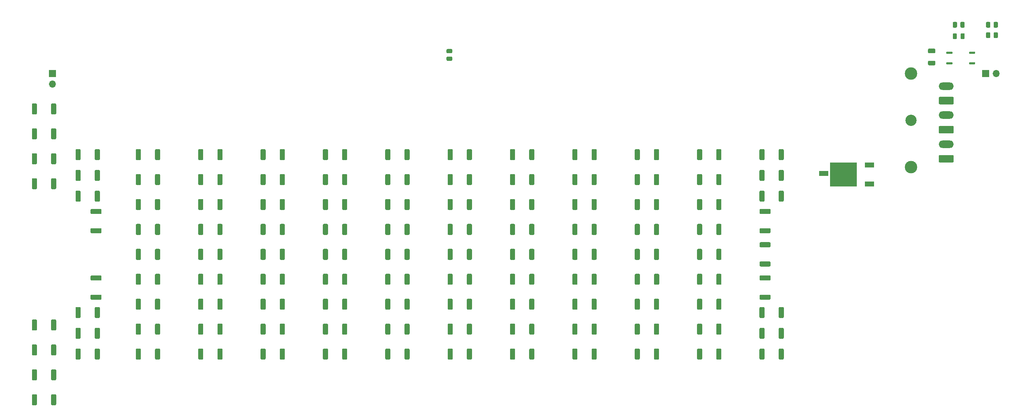
<source format=gbs>
%TF.GenerationSoftware,KiCad,Pcbnew,(5.1.9-0-10_14)*%
%TF.CreationDate,2022-12-08T20:25:56-05:00*%
%TF.ProjectId,5AhG3-12S,35416847-332d-4313-9253-2e6b69636164,rev?*%
%TF.SameCoordinates,Original*%
%TF.FileFunction,Soldermask,Bot*%
%TF.FilePolarity,Negative*%
%FSLAX46Y46*%
G04 Gerber Fmt 4.6, Leading zero omitted, Abs format (unit mm)*
G04 Created by KiCad (PCBNEW (5.1.9-0-10_14)) date 2022-12-08 20:25:56*
%MOMM*%
%LPD*%
G01*
G04 APERTURE LIST*
%ADD10C,3.000000*%
%ADD11C,2.700000*%
%ADD12R,2.200000X1.200000*%
%ADD13R,6.400000X5.800000*%
%ADD14R,1.700000X1.700000*%
%ADD15O,1.700000X1.700000*%
%ADD16O,3.600000X1.800000*%
G04 APERTURE END LIST*
%TO.C,R2*%
G36*
G01*
X90800000Y-115924999D02*
X90800000Y-118075001D01*
G75*
G02*
X90550001Y-118325000I-249999J0D01*
G01*
X89824999Y-118325000D01*
G75*
G02*
X89575000Y-118075001I0J249999D01*
G01*
X89575000Y-115924999D01*
G75*
G02*
X89824999Y-115675000I249999J0D01*
G01*
X90550001Y-115675000D01*
G75*
G02*
X90800000Y-115924999I0J-249999D01*
G01*
G37*
G36*
G01*
X95425000Y-115924999D02*
X95425000Y-118075001D01*
G75*
G02*
X95175001Y-118325000I-249999J0D01*
G01*
X94449999Y-118325000D01*
G75*
G02*
X94200000Y-118075001I0J249999D01*
G01*
X94200000Y-115924999D01*
G75*
G02*
X94449999Y-115675000I249999J0D01*
G01*
X95175001Y-115675000D01*
G75*
G02*
X95425000Y-115924999I0J-249999D01*
G01*
G37*
%TD*%
%TO.C,R6*%
G36*
G01*
X93424999Y-145700000D02*
X95575001Y-145700000D01*
G75*
G02*
X95825000Y-145949999I0J-249999D01*
G01*
X95825000Y-146675001D01*
G75*
G02*
X95575001Y-146925000I-249999J0D01*
G01*
X93424999Y-146925000D01*
G75*
G02*
X93175000Y-146675001I0J249999D01*
G01*
X93175000Y-145949999D01*
G75*
G02*
X93424999Y-145700000I249999J0D01*
G01*
G37*
G36*
G01*
X93424999Y-141075000D02*
X95575001Y-141075000D01*
G75*
G02*
X95825000Y-141324999I0J-249999D01*
G01*
X95825000Y-142050001D01*
G75*
G02*
X95575001Y-142300000I-249999J0D01*
G01*
X93424999Y-142300000D01*
G75*
G02*
X93175000Y-142050001I0J249999D01*
G01*
X93175000Y-141324999D01*
G75*
G02*
X93424999Y-141075000I249999J0D01*
G01*
G37*
%TD*%
%TO.C,R12*%
G36*
G01*
X108700000Y-125075001D02*
X108700000Y-122924999D01*
G75*
G02*
X108949999Y-122675000I249999J0D01*
G01*
X109675001Y-122675000D01*
G75*
G02*
X109925000Y-122924999I0J-249999D01*
G01*
X109925000Y-125075001D01*
G75*
G02*
X109675001Y-125325000I-249999J0D01*
G01*
X108949999Y-125325000D01*
G75*
G02*
X108700000Y-125075001I0J249999D01*
G01*
G37*
G36*
G01*
X104075000Y-125075001D02*
X104075000Y-122924999D01*
G75*
G02*
X104324999Y-122675000I249999J0D01*
G01*
X105050001Y-122675000D01*
G75*
G02*
X105300000Y-122924999I0J-249999D01*
G01*
X105300000Y-125075001D01*
G75*
G02*
X105050001Y-125325000I-249999J0D01*
G01*
X104324999Y-125325000D01*
G75*
G02*
X104075000Y-125075001I0J249999D01*
G01*
G37*
%TD*%
%TO.C,R20*%
G36*
G01*
X120300000Y-116924999D02*
X120300000Y-119075001D01*
G75*
G02*
X120050001Y-119325000I-249999J0D01*
G01*
X119324999Y-119325000D01*
G75*
G02*
X119075000Y-119075001I0J249999D01*
G01*
X119075000Y-116924999D01*
G75*
G02*
X119324999Y-116675000I249999J0D01*
G01*
X120050001Y-116675000D01*
G75*
G02*
X120300000Y-116924999I0J-249999D01*
G01*
G37*
G36*
G01*
X124925000Y-116924999D02*
X124925000Y-119075001D01*
G75*
G02*
X124675001Y-119325000I-249999J0D01*
G01*
X123949999Y-119325000D01*
G75*
G02*
X123700000Y-119075001I0J249999D01*
G01*
X123700000Y-116924999D01*
G75*
G02*
X123949999Y-116675000I249999J0D01*
G01*
X124675001Y-116675000D01*
G75*
G02*
X124925000Y-116924999I0J-249999D01*
G01*
G37*
%TD*%
%TO.C,R29*%
G36*
G01*
X139925000Y-116924999D02*
X139925000Y-119075001D01*
G75*
G02*
X139675001Y-119325000I-249999J0D01*
G01*
X138949999Y-119325000D01*
G75*
G02*
X138700000Y-119075001I0J249999D01*
G01*
X138700000Y-116924999D01*
G75*
G02*
X138949999Y-116675000I249999J0D01*
G01*
X139675001Y-116675000D01*
G75*
G02*
X139925000Y-116924999I0J-249999D01*
G01*
G37*
G36*
G01*
X135300000Y-116924999D02*
X135300000Y-119075001D01*
G75*
G02*
X135050001Y-119325000I-249999J0D01*
G01*
X134324999Y-119325000D01*
G75*
G02*
X134075000Y-119075001I0J249999D01*
G01*
X134075000Y-116924999D01*
G75*
G02*
X134324999Y-116675000I249999J0D01*
G01*
X135050001Y-116675000D01*
G75*
G02*
X135300000Y-116924999I0J-249999D01*
G01*
G37*
%TD*%
%TO.C,R40*%
G36*
G01*
X150300000Y-128924999D02*
X150300000Y-131075001D01*
G75*
G02*
X150050001Y-131325000I-249999J0D01*
G01*
X149324999Y-131325000D01*
G75*
G02*
X149075000Y-131075001I0J249999D01*
G01*
X149075000Y-128924999D01*
G75*
G02*
X149324999Y-128675000I249999J0D01*
G01*
X150050001Y-128675000D01*
G75*
G02*
X150300000Y-128924999I0J-249999D01*
G01*
G37*
G36*
G01*
X154925000Y-128924999D02*
X154925000Y-131075001D01*
G75*
G02*
X154675001Y-131325000I-249999J0D01*
G01*
X153949999Y-131325000D01*
G75*
G02*
X153700000Y-131075001I0J249999D01*
G01*
X153700000Y-128924999D01*
G75*
G02*
X153949999Y-128675000I249999J0D01*
G01*
X154675001Y-128675000D01*
G75*
G02*
X154925000Y-128924999I0J-249999D01*
G01*
G37*
%TD*%
%TO.C,R53*%
G36*
G01*
X169925000Y-152924999D02*
X169925000Y-155075001D01*
G75*
G02*
X169675001Y-155325000I-249999J0D01*
G01*
X168949999Y-155325000D01*
G75*
G02*
X168700000Y-155075001I0J249999D01*
G01*
X168700000Y-152924999D01*
G75*
G02*
X168949999Y-152675000I249999J0D01*
G01*
X169675001Y-152675000D01*
G75*
G02*
X169925000Y-152924999I0J-249999D01*
G01*
G37*
G36*
G01*
X165300000Y-152924999D02*
X165300000Y-155075001D01*
G75*
G02*
X165050001Y-155325000I-249999J0D01*
G01*
X164324999Y-155325000D01*
G75*
G02*
X164075000Y-155075001I0J249999D01*
G01*
X164075000Y-152924999D01*
G75*
G02*
X164324999Y-152675000I249999J0D01*
G01*
X165050001Y-152675000D01*
G75*
G02*
X165300000Y-152924999I0J-249999D01*
G01*
G37*
%TD*%
%TO.C,R67*%
G36*
G01*
X199925000Y-128924999D02*
X199925000Y-131075001D01*
G75*
G02*
X199675001Y-131325000I-249999J0D01*
G01*
X198949999Y-131325000D01*
G75*
G02*
X198700000Y-131075001I0J249999D01*
G01*
X198700000Y-128924999D01*
G75*
G02*
X198949999Y-128675000I249999J0D01*
G01*
X199675001Y-128675000D01*
G75*
G02*
X199925000Y-128924999I0J-249999D01*
G01*
G37*
G36*
G01*
X195300000Y-128924999D02*
X195300000Y-131075001D01*
G75*
G02*
X195050001Y-131325000I-249999J0D01*
G01*
X194324999Y-131325000D01*
G75*
G02*
X194075000Y-131075001I0J249999D01*
G01*
X194075000Y-128924999D01*
G75*
G02*
X194324999Y-128675000I249999J0D01*
G01*
X195050001Y-128675000D01*
G75*
G02*
X195300000Y-128924999I0J-249999D01*
G01*
G37*
%TD*%
%TO.C,R95*%
G36*
G01*
X239075000Y-137075001D02*
X239075000Y-134924999D01*
G75*
G02*
X239324999Y-134675000I249999J0D01*
G01*
X240050001Y-134675000D01*
G75*
G02*
X240300000Y-134924999I0J-249999D01*
G01*
X240300000Y-137075001D01*
G75*
G02*
X240050001Y-137325000I-249999J0D01*
G01*
X239324999Y-137325000D01*
G75*
G02*
X239075000Y-137075001I0J249999D01*
G01*
G37*
G36*
G01*
X243700000Y-137075001D02*
X243700000Y-134924999D01*
G75*
G02*
X243949999Y-134675000I249999J0D01*
G01*
X244675001Y-134675000D01*
G75*
G02*
X244925000Y-134924999I0J-249999D01*
G01*
X244925000Y-137075001D01*
G75*
G02*
X244675001Y-137325000I-249999J0D01*
G01*
X243949999Y-137325000D01*
G75*
G02*
X243700000Y-137075001I0J249999D01*
G01*
G37*
%TD*%
%TO.C,R1*%
G36*
G01*
X89575000Y-113075001D02*
X89575000Y-110924999D01*
G75*
G02*
X89824999Y-110675000I249999J0D01*
G01*
X90550001Y-110675000D01*
G75*
G02*
X90800000Y-110924999I0J-249999D01*
G01*
X90800000Y-113075001D01*
G75*
G02*
X90550001Y-113325000I-249999J0D01*
G01*
X89824999Y-113325000D01*
G75*
G02*
X89575000Y-113075001I0J249999D01*
G01*
G37*
G36*
G01*
X94200000Y-113075001D02*
X94200000Y-110924999D01*
G75*
G02*
X94449999Y-110675000I249999J0D01*
G01*
X95175001Y-110675000D01*
G75*
G02*
X95425000Y-110924999I0J-249999D01*
G01*
X95425000Y-113075001D01*
G75*
G02*
X95175001Y-113325000I-249999J0D01*
G01*
X94449999Y-113325000D01*
G75*
G02*
X94200000Y-113075001I0J249999D01*
G01*
G37*
%TD*%
%TO.C,R3*%
G36*
G01*
X89575000Y-123075001D02*
X89575000Y-120924999D01*
G75*
G02*
X89824999Y-120675000I249999J0D01*
G01*
X90550001Y-120675000D01*
G75*
G02*
X90800000Y-120924999I0J-249999D01*
G01*
X90800000Y-123075001D01*
G75*
G02*
X90550001Y-123325000I-249999J0D01*
G01*
X89824999Y-123325000D01*
G75*
G02*
X89575000Y-123075001I0J249999D01*
G01*
G37*
G36*
G01*
X94200000Y-123075001D02*
X94200000Y-120924999D01*
G75*
G02*
X94449999Y-120675000I249999J0D01*
G01*
X95175001Y-120675000D01*
G75*
G02*
X95425000Y-120924999I0J-249999D01*
G01*
X95425000Y-123075001D01*
G75*
G02*
X95175001Y-123325000I-249999J0D01*
G01*
X94449999Y-123325000D01*
G75*
G02*
X94200000Y-123075001I0J249999D01*
G01*
G37*
%TD*%
%TO.C,R4*%
G36*
G01*
X93424999Y-129700000D02*
X95575001Y-129700000D01*
G75*
G02*
X95825000Y-129949999I0J-249999D01*
G01*
X95825000Y-130675001D01*
G75*
G02*
X95575001Y-130925000I-249999J0D01*
G01*
X93424999Y-130925000D01*
G75*
G02*
X93175000Y-130675001I0J249999D01*
G01*
X93175000Y-129949999D01*
G75*
G02*
X93424999Y-129700000I249999J0D01*
G01*
G37*
G36*
G01*
X93424999Y-125075000D02*
X95575001Y-125075000D01*
G75*
G02*
X95825000Y-125324999I0J-249999D01*
G01*
X95825000Y-126050001D01*
G75*
G02*
X95575001Y-126300000I-249999J0D01*
G01*
X93424999Y-126300000D01*
G75*
G02*
X93175000Y-126050001I0J249999D01*
G01*
X93175000Y-125324999D01*
G75*
G02*
X93424999Y-125075000I249999J0D01*
G01*
G37*
%TD*%
%TO.C,R7*%
G36*
G01*
X95425000Y-148924999D02*
X95425000Y-151075001D01*
G75*
G02*
X95175001Y-151325000I-249999J0D01*
G01*
X94449999Y-151325000D01*
G75*
G02*
X94200000Y-151075001I0J249999D01*
G01*
X94200000Y-148924999D01*
G75*
G02*
X94449999Y-148675000I249999J0D01*
G01*
X95175001Y-148675000D01*
G75*
G02*
X95425000Y-148924999I0J-249999D01*
G01*
G37*
G36*
G01*
X90800000Y-148924999D02*
X90800000Y-151075001D01*
G75*
G02*
X90550001Y-151325000I-249999J0D01*
G01*
X89824999Y-151325000D01*
G75*
G02*
X89575000Y-151075001I0J249999D01*
G01*
X89575000Y-148924999D01*
G75*
G02*
X89824999Y-148675000I249999J0D01*
G01*
X90550001Y-148675000D01*
G75*
G02*
X90800000Y-148924999I0J-249999D01*
G01*
G37*
%TD*%
%TO.C,R8*%
G36*
G01*
X94200000Y-156075001D02*
X94200000Y-153924999D01*
G75*
G02*
X94449999Y-153675000I249999J0D01*
G01*
X95175001Y-153675000D01*
G75*
G02*
X95425000Y-153924999I0J-249999D01*
G01*
X95425000Y-156075001D01*
G75*
G02*
X95175001Y-156325000I-249999J0D01*
G01*
X94449999Y-156325000D01*
G75*
G02*
X94200000Y-156075001I0J249999D01*
G01*
G37*
G36*
G01*
X89575000Y-156075001D02*
X89575000Y-153924999D01*
G75*
G02*
X89824999Y-153675000I249999J0D01*
G01*
X90550001Y-153675000D01*
G75*
G02*
X90800000Y-153924999I0J-249999D01*
G01*
X90800000Y-156075001D01*
G75*
G02*
X90550001Y-156325000I-249999J0D01*
G01*
X89824999Y-156325000D01*
G75*
G02*
X89575000Y-156075001I0J249999D01*
G01*
G37*
%TD*%
%TO.C,R9*%
G36*
G01*
X95425000Y-158924999D02*
X95425000Y-161075001D01*
G75*
G02*
X95175001Y-161325000I-249999J0D01*
G01*
X94449999Y-161325000D01*
G75*
G02*
X94200000Y-161075001I0J249999D01*
G01*
X94200000Y-158924999D01*
G75*
G02*
X94449999Y-158675000I249999J0D01*
G01*
X95175001Y-158675000D01*
G75*
G02*
X95425000Y-158924999I0J-249999D01*
G01*
G37*
G36*
G01*
X90800000Y-158924999D02*
X90800000Y-161075001D01*
G75*
G02*
X90550001Y-161325000I-249999J0D01*
G01*
X89824999Y-161325000D01*
G75*
G02*
X89575000Y-161075001I0J249999D01*
G01*
X89575000Y-158924999D01*
G75*
G02*
X89824999Y-158675000I249999J0D01*
G01*
X90550001Y-158675000D01*
G75*
G02*
X90800000Y-158924999I0J-249999D01*
G01*
G37*
%TD*%
%TO.C,R10*%
G36*
G01*
X108700000Y-113075001D02*
X108700000Y-110924999D01*
G75*
G02*
X108949999Y-110675000I249999J0D01*
G01*
X109675001Y-110675000D01*
G75*
G02*
X109925000Y-110924999I0J-249999D01*
G01*
X109925000Y-113075001D01*
G75*
G02*
X109675001Y-113325000I-249999J0D01*
G01*
X108949999Y-113325000D01*
G75*
G02*
X108700000Y-113075001I0J249999D01*
G01*
G37*
G36*
G01*
X104075000Y-113075001D02*
X104075000Y-110924999D01*
G75*
G02*
X104324999Y-110675000I249999J0D01*
G01*
X105050001Y-110675000D01*
G75*
G02*
X105300000Y-110924999I0J-249999D01*
G01*
X105300000Y-113075001D01*
G75*
G02*
X105050001Y-113325000I-249999J0D01*
G01*
X104324999Y-113325000D01*
G75*
G02*
X104075000Y-113075001I0J249999D01*
G01*
G37*
%TD*%
%TO.C,R11*%
G36*
G01*
X109925000Y-116924999D02*
X109925000Y-119075001D01*
G75*
G02*
X109675001Y-119325000I-249999J0D01*
G01*
X108949999Y-119325000D01*
G75*
G02*
X108700000Y-119075001I0J249999D01*
G01*
X108700000Y-116924999D01*
G75*
G02*
X108949999Y-116675000I249999J0D01*
G01*
X109675001Y-116675000D01*
G75*
G02*
X109925000Y-116924999I0J-249999D01*
G01*
G37*
G36*
G01*
X105300000Y-116924999D02*
X105300000Y-119075001D01*
G75*
G02*
X105050001Y-119325000I-249999J0D01*
G01*
X104324999Y-119325000D01*
G75*
G02*
X104075000Y-119075001I0J249999D01*
G01*
X104075000Y-116924999D01*
G75*
G02*
X104324999Y-116675000I249999J0D01*
G01*
X105050001Y-116675000D01*
G75*
G02*
X105300000Y-116924999I0J-249999D01*
G01*
G37*
%TD*%
%TO.C,R13*%
G36*
G01*
X109925000Y-128924999D02*
X109925000Y-131075001D01*
G75*
G02*
X109675001Y-131325000I-249999J0D01*
G01*
X108949999Y-131325000D01*
G75*
G02*
X108700000Y-131075001I0J249999D01*
G01*
X108700000Y-128924999D01*
G75*
G02*
X108949999Y-128675000I249999J0D01*
G01*
X109675001Y-128675000D01*
G75*
G02*
X109925000Y-128924999I0J-249999D01*
G01*
G37*
G36*
G01*
X105300000Y-128924999D02*
X105300000Y-131075001D01*
G75*
G02*
X105050001Y-131325000I-249999J0D01*
G01*
X104324999Y-131325000D01*
G75*
G02*
X104075000Y-131075001I0J249999D01*
G01*
X104075000Y-128924999D01*
G75*
G02*
X104324999Y-128675000I249999J0D01*
G01*
X105050001Y-128675000D01*
G75*
G02*
X105300000Y-128924999I0J-249999D01*
G01*
G37*
%TD*%
%TO.C,R14*%
G36*
G01*
X108700000Y-137075001D02*
X108700000Y-134924999D01*
G75*
G02*
X108949999Y-134675000I249999J0D01*
G01*
X109675001Y-134675000D01*
G75*
G02*
X109925000Y-134924999I0J-249999D01*
G01*
X109925000Y-137075001D01*
G75*
G02*
X109675001Y-137325000I-249999J0D01*
G01*
X108949999Y-137325000D01*
G75*
G02*
X108700000Y-137075001I0J249999D01*
G01*
G37*
G36*
G01*
X104075000Y-137075001D02*
X104075000Y-134924999D01*
G75*
G02*
X104324999Y-134675000I249999J0D01*
G01*
X105050001Y-134675000D01*
G75*
G02*
X105300000Y-134924999I0J-249999D01*
G01*
X105300000Y-137075001D01*
G75*
G02*
X105050001Y-137325000I-249999J0D01*
G01*
X104324999Y-137325000D01*
G75*
G02*
X104075000Y-137075001I0J249999D01*
G01*
G37*
%TD*%
%TO.C,R15*%
G36*
G01*
X109925000Y-140924999D02*
X109925000Y-143075001D01*
G75*
G02*
X109675001Y-143325000I-249999J0D01*
G01*
X108949999Y-143325000D01*
G75*
G02*
X108700000Y-143075001I0J249999D01*
G01*
X108700000Y-140924999D01*
G75*
G02*
X108949999Y-140675000I249999J0D01*
G01*
X109675001Y-140675000D01*
G75*
G02*
X109925000Y-140924999I0J-249999D01*
G01*
G37*
G36*
G01*
X105300000Y-140924999D02*
X105300000Y-143075001D01*
G75*
G02*
X105050001Y-143325000I-249999J0D01*
G01*
X104324999Y-143325000D01*
G75*
G02*
X104075000Y-143075001I0J249999D01*
G01*
X104075000Y-140924999D01*
G75*
G02*
X104324999Y-140675000I249999J0D01*
G01*
X105050001Y-140675000D01*
G75*
G02*
X105300000Y-140924999I0J-249999D01*
G01*
G37*
%TD*%
%TO.C,R16*%
G36*
G01*
X108700000Y-149075001D02*
X108700000Y-146924999D01*
G75*
G02*
X108949999Y-146675000I249999J0D01*
G01*
X109675001Y-146675000D01*
G75*
G02*
X109925000Y-146924999I0J-249999D01*
G01*
X109925000Y-149075001D01*
G75*
G02*
X109675001Y-149325000I-249999J0D01*
G01*
X108949999Y-149325000D01*
G75*
G02*
X108700000Y-149075001I0J249999D01*
G01*
G37*
G36*
G01*
X104075000Y-149075001D02*
X104075000Y-146924999D01*
G75*
G02*
X104324999Y-146675000I249999J0D01*
G01*
X105050001Y-146675000D01*
G75*
G02*
X105300000Y-146924999I0J-249999D01*
G01*
X105300000Y-149075001D01*
G75*
G02*
X105050001Y-149325000I-249999J0D01*
G01*
X104324999Y-149325000D01*
G75*
G02*
X104075000Y-149075001I0J249999D01*
G01*
G37*
%TD*%
%TO.C,R17*%
G36*
G01*
X109925000Y-152924999D02*
X109925000Y-155075001D01*
G75*
G02*
X109675001Y-155325000I-249999J0D01*
G01*
X108949999Y-155325000D01*
G75*
G02*
X108700000Y-155075001I0J249999D01*
G01*
X108700000Y-152924999D01*
G75*
G02*
X108949999Y-152675000I249999J0D01*
G01*
X109675001Y-152675000D01*
G75*
G02*
X109925000Y-152924999I0J-249999D01*
G01*
G37*
G36*
G01*
X105300000Y-152924999D02*
X105300000Y-155075001D01*
G75*
G02*
X105050001Y-155325000I-249999J0D01*
G01*
X104324999Y-155325000D01*
G75*
G02*
X104075000Y-155075001I0J249999D01*
G01*
X104075000Y-152924999D01*
G75*
G02*
X104324999Y-152675000I249999J0D01*
G01*
X105050001Y-152675000D01*
G75*
G02*
X105300000Y-152924999I0J-249999D01*
G01*
G37*
%TD*%
%TO.C,R18*%
G36*
G01*
X108700000Y-161075001D02*
X108700000Y-158924999D01*
G75*
G02*
X108949999Y-158675000I249999J0D01*
G01*
X109675001Y-158675000D01*
G75*
G02*
X109925000Y-158924999I0J-249999D01*
G01*
X109925000Y-161075001D01*
G75*
G02*
X109675001Y-161325000I-249999J0D01*
G01*
X108949999Y-161325000D01*
G75*
G02*
X108700000Y-161075001I0J249999D01*
G01*
G37*
G36*
G01*
X104075000Y-161075001D02*
X104075000Y-158924999D01*
G75*
G02*
X104324999Y-158675000I249999J0D01*
G01*
X105050001Y-158675000D01*
G75*
G02*
X105300000Y-158924999I0J-249999D01*
G01*
X105300000Y-161075001D01*
G75*
G02*
X105050001Y-161325000I-249999J0D01*
G01*
X104324999Y-161325000D01*
G75*
G02*
X104075000Y-161075001I0J249999D01*
G01*
G37*
%TD*%
%TO.C,R19*%
G36*
G01*
X119075000Y-113075001D02*
X119075000Y-110924999D01*
G75*
G02*
X119324999Y-110675000I249999J0D01*
G01*
X120050001Y-110675000D01*
G75*
G02*
X120300000Y-110924999I0J-249999D01*
G01*
X120300000Y-113075001D01*
G75*
G02*
X120050001Y-113325000I-249999J0D01*
G01*
X119324999Y-113325000D01*
G75*
G02*
X119075000Y-113075001I0J249999D01*
G01*
G37*
G36*
G01*
X123700000Y-113075001D02*
X123700000Y-110924999D01*
G75*
G02*
X123949999Y-110675000I249999J0D01*
G01*
X124675001Y-110675000D01*
G75*
G02*
X124925000Y-110924999I0J-249999D01*
G01*
X124925000Y-113075001D01*
G75*
G02*
X124675001Y-113325000I-249999J0D01*
G01*
X123949999Y-113325000D01*
G75*
G02*
X123700000Y-113075001I0J249999D01*
G01*
G37*
%TD*%
%TO.C,R21*%
G36*
G01*
X119075000Y-125075001D02*
X119075000Y-122924999D01*
G75*
G02*
X119324999Y-122675000I249999J0D01*
G01*
X120050001Y-122675000D01*
G75*
G02*
X120300000Y-122924999I0J-249999D01*
G01*
X120300000Y-125075001D01*
G75*
G02*
X120050001Y-125325000I-249999J0D01*
G01*
X119324999Y-125325000D01*
G75*
G02*
X119075000Y-125075001I0J249999D01*
G01*
G37*
G36*
G01*
X123700000Y-125075001D02*
X123700000Y-122924999D01*
G75*
G02*
X123949999Y-122675000I249999J0D01*
G01*
X124675001Y-122675000D01*
G75*
G02*
X124925000Y-122924999I0J-249999D01*
G01*
X124925000Y-125075001D01*
G75*
G02*
X124675001Y-125325000I-249999J0D01*
G01*
X123949999Y-125325000D01*
G75*
G02*
X123700000Y-125075001I0J249999D01*
G01*
G37*
%TD*%
%TO.C,R22*%
G36*
G01*
X120300000Y-128924999D02*
X120300000Y-131075001D01*
G75*
G02*
X120050001Y-131325000I-249999J0D01*
G01*
X119324999Y-131325000D01*
G75*
G02*
X119075000Y-131075001I0J249999D01*
G01*
X119075000Y-128924999D01*
G75*
G02*
X119324999Y-128675000I249999J0D01*
G01*
X120050001Y-128675000D01*
G75*
G02*
X120300000Y-128924999I0J-249999D01*
G01*
G37*
G36*
G01*
X124925000Y-128924999D02*
X124925000Y-131075001D01*
G75*
G02*
X124675001Y-131325000I-249999J0D01*
G01*
X123949999Y-131325000D01*
G75*
G02*
X123700000Y-131075001I0J249999D01*
G01*
X123700000Y-128924999D01*
G75*
G02*
X123949999Y-128675000I249999J0D01*
G01*
X124675001Y-128675000D01*
G75*
G02*
X124925000Y-128924999I0J-249999D01*
G01*
G37*
%TD*%
%TO.C,R23*%
G36*
G01*
X119075000Y-137075001D02*
X119075000Y-134924999D01*
G75*
G02*
X119324999Y-134675000I249999J0D01*
G01*
X120050001Y-134675000D01*
G75*
G02*
X120300000Y-134924999I0J-249999D01*
G01*
X120300000Y-137075001D01*
G75*
G02*
X120050001Y-137325000I-249999J0D01*
G01*
X119324999Y-137325000D01*
G75*
G02*
X119075000Y-137075001I0J249999D01*
G01*
G37*
G36*
G01*
X123700000Y-137075001D02*
X123700000Y-134924999D01*
G75*
G02*
X123949999Y-134675000I249999J0D01*
G01*
X124675001Y-134675000D01*
G75*
G02*
X124925000Y-134924999I0J-249999D01*
G01*
X124925000Y-137075001D01*
G75*
G02*
X124675001Y-137325000I-249999J0D01*
G01*
X123949999Y-137325000D01*
G75*
G02*
X123700000Y-137075001I0J249999D01*
G01*
G37*
%TD*%
%TO.C,R24*%
G36*
G01*
X120300000Y-140924999D02*
X120300000Y-143075001D01*
G75*
G02*
X120050001Y-143325000I-249999J0D01*
G01*
X119324999Y-143325000D01*
G75*
G02*
X119075000Y-143075001I0J249999D01*
G01*
X119075000Y-140924999D01*
G75*
G02*
X119324999Y-140675000I249999J0D01*
G01*
X120050001Y-140675000D01*
G75*
G02*
X120300000Y-140924999I0J-249999D01*
G01*
G37*
G36*
G01*
X124925000Y-140924999D02*
X124925000Y-143075001D01*
G75*
G02*
X124675001Y-143325000I-249999J0D01*
G01*
X123949999Y-143325000D01*
G75*
G02*
X123700000Y-143075001I0J249999D01*
G01*
X123700000Y-140924999D01*
G75*
G02*
X123949999Y-140675000I249999J0D01*
G01*
X124675001Y-140675000D01*
G75*
G02*
X124925000Y-140924999I0J-249999D01*
G01*
G37*
%TD*%
%TO.C,R25*%
G36*
G01*
X119075000Y-149075001D02*
X119075000Y-146924999D01*
G75*
G02*
X119324999Y-146675000I249999J0D01*
G01*
X120050001Y-146675000D01*
G75*
G02*
X120300000Y-146924999I0J-249999D01*
G01*
X120300000Y-149075001D01*
G75*
G02*
X120050001Y-149325000I-249999J0D01*
G01*
X119324999Y-149325000D01*
G75*
G02*
X119075000Y-149075001I0J249999D01*
G01*
G37*
G36*
G01*
X123700000Y-149075001D02*
X123700000Y-146924999D01*
G75*
G02*
X123949999Y-146675000I249999J0D01*
G01*
X124675001Y-146675000D01*
G75*
G02*
X124925000Y-146924999I0J-249999D01*
G01*
X124925000Y-149075001D01*
G75*
G02*
X124675001Y-149325000I-249999J0D01*
G01*
X123949999Y-149325000D01*
G75*
G02*
X123700000Y-149075001I0J249999D01*
G01*
G37*
%TD*%
%TO.C,R26*%
G36*
G01*
X120300000Y-152924999D02*
X120300000Y-155075001D01*
G75*
G02*
X120050001Y-155325000I-249999J0D01*
G01*
X119324999Y-155325000D01*
G75*
G02*
X119075000Y-155075001I0J249999D01*
G01*
X119075000Y-152924999D01*
G75*
G02*
X119324999Y-152675000I249999J0D01*
G01*
X120050001Y-152675000D01*
G75*
G02*
X120300000Y-152924999I0J-249999D01*
G01*
G37*
G36*
G01*
X124925000Y-152924999D02*
X124925000Y-155075001D01*
G75*
G02*
X124675001Y-155325000I-249999J0D01*
G01*
X123949999Y-155325000D01*
G75*
G02*
X123700000Y-155075001I0J249999D01*
G01*
X123700000Y-152924999D01*
G75*
G02*
X123949999Y-152675000I249999J0D01*
G01*
X124675001Y-152675000D01*
G75*
G02*
X124925000Y-152924999I0J-249999D01*
G01*
G37*
%TD*%
%TO.C,R27*%
G36*
G01*
X119075000Y-161075001D02*
X119075000Y-158924999D01*
G75*
G02*
X119324999Y-158675000I249999J0D01*
G01*
X120050001Y-158675000D01*
G75*
G02*
X120300000Y-158924999I0J-249999D01*
G01*
X120300000Y-161075001D01*
G75*
G02*
X120050001Y-161325000I-249999J0D01*
G01*
X119324999Y-161325000D01*
G75*
G02*
X119075000Y-161075001I0J249999D01*
G01*
G37*
G36*
G01*
X123700000Y-161075001D02*
X123700000Y-158924999D01*
G75*
G02*
X123949999Y-158675000I249999J0D01*
G01*
X124675001Y-158675000D01*
G75*
G02*
X124925000Y-158924999I0J-249999D01*
G01*
X124925000Y-161075001D01*
G75*
G02*
X124675001Y-161325000I-249999J0D01*
G01*
X123949999Y-161325000D01*
G75*
G02*
X123700000Y-161075001I0J249999D01*
G01*
G37*
%TD*%
%TO.C,R28*%
G36*
G01*
X138700000Y-113075001D02*
X138700000Y-110924999D01*
G75*
G02*
X138949999Y-110675000I249999J0D01*
G01*
X139675001Y-110675000D01*
G75*
G02*
X139925000Y-110924999I0J-249999D01*
G01*
X139925000Y-113075001D01*
G75*
G02*
X139675001Y-113325000I-249999J0D01*
G01*
X138949999Y-113325000D01*
G75*
G02*
X138700000Y-113075001I0J249999D01*
G01*
G37*
G36*
G01*
X134075000Y-113075001D02*
X134075000Y-110924999D01*
G75*
G02*
X134324999Y-110675000I249999J0D01*
G01*
X135050001Y-110675000D01*
G75*
G02*
X135300000Y-110924999I0J-249999D01*
G01*
X135300000Y-113075001D01*
G75*
G02*
X135050001Y-113325000I-249999J0D01*
G01*
X134324999Y-113325000D01*
G75*
G02*
X134075000Y-113075001I0J249999D01*
G01*
G37*
%TD*%
%TO.C,R30*%
G36*
G01*
X138700000Y-125075001D02*
X138700000Y-122924999D01*
G75*
G02*
X138949999Y-122675000I249999J0D01*
G01*
X139675001Y-122675000D01*
G75*
G02*
X139925000Y-122924999I0J-249999D01*
G01*
X139925000Y-125075001D01*
G75*
G02*
X139675001Y-125325000I-249999J0D01*
G01*
X138949999Y-125325000D01*
G75*
G02*
X138700000Y-125075001I0J249999D01*
G01*
G37*
G36*
G01*
X134075000Y-125075001D02*
X134075000Y-122924999D01*
G75*
G02*
X134324999Y-122675000I249999J0D01*
G01*
X135050001Y-122675000D01*
G75*
G02*
X135300000Y-122924999I0J-249999D01*
G01*
X135300000Y-125075001D01*
G75*
G02*
X135050001Y-125325000I-249999J0D01*
G01*
X134324999Y-125325000D01*
G75*
G02*
X134075000Y-125075001I0J249999D01*
G01*
G37*
%TD*%
%TO.C,R31*%
G36*
G01*
X139925000Y-128924999D02*
X139925000Y-131075001D01*
G75*
G02*
X139675001Y-131325000I-249999J0D01*
G01*
X138949999Y-131325000D01*
G75*
G02*
X138700000Y-131075001I0J249999D01*
G01*
X138700000Y-128924999D01*
G75*
G02*
X138949999Y-128675000I249999J0D01*
G01*
X139675001Y-128675000D01*
G75*
G02*
X139925000Y-128924999I0J-249999D01*
G01*
G37*
G36*
G01*
X135300000Y-128924999D02*
X135300000Y-131075001D01*
G75*
G02*
X135050001Y-131325000I-249999J0D01*
G01*
X134324999Y-131325000D01*
G75*
G02*
X134075000Y-131075001I0J249999D01*
G01*
X134075000Y-128924999D01*
G75*
G02*
X134324999Y-128675000I249999J0D01*
G01*
X135050001Y-128675000D01*
G75*
G02*
X135300000Y-128924999I0J-249999D01*
G01*
G37*
%TD*%
%TO.C,R32*%
G36*
G01*
X138700000Y-137075001D02*
X138700000Y-134924999D01*
G75*
G02*
X138949999Y-134675000I249999J0D01*
G01*
X139675001Y-134675000D01*
G75*
G02*
X139925000Y-134924999I0J-249999D01*
G01*
X139925000Y-137075001D01*
G75*
G02*
X139675001Y-137325000I-249999J0D01*
G01*
X138949999Y-137325000D01*
G75*
G02*
X138700000Y-137075001I0J249999D01*
G01*
G37*
G36*
G01*
X134075000Y-137075001D02*
X134075000Y-134924999D01*
G75*
G02*
X134324999Y-134675000I249999J0D01*
G01*
X135050001Y-134675000D01*
G75*
G02*
X135300000Y-134924999I0J-249999D01*
G01*
X135300000Y-137075001D01*
G75*
G02*
X135050001Y-137325000I-249999J0D01*
G01*
X134324999Y-137325000D01*
G75*
G02*
X134075000Y-137075001I0J249999D01*
G01*
G37*
%TD*%
%TO.C,R33*%
G36*
G01*
X139925000Y-140924999D02*
X139925000Y-143075001D01*
G75*
G02*
X139675001Y-143325000I-249999J0D01*
G01*
X138949999Y-143325000D01*
G75*
G02*
X138700000Y-143075001I0J249999D01*
G01*
X138700000Y-140924999D01*
G75*
G02*
X138949999Y-140675000I249999J0D01*
G01*
X139675001Y-140675000D01*
G75*
G02*
X139925000Y-140924999I0J-249999D01*
G01*
G37*
G36*
G01*
X135300000Y-140924999D02*
X135300000Y-143075001D01*
G75*
G02*
X135050001Y-143325000I-249999J0D01*
G01*
X134324999Y-143325000D01*
G75*
G02*
X134075000Y-143075001I0J249999D01*
G01*
X134075000Y-140924999D01*
G75*
G02*
X134324999Y-140675000I249999J0D01*
G01*
X135050001Y-140675000D01*
G75*
G02*
X135300000Y-140924999I0J-249999D01*
G01*
G37*
%TD*%
%TO.C,R34*%
G36*
G01*
X138700000Y-149075001D02*
X138700000Y-146924999D01*
G75*
G02*
X138949999Y-146675000I249999J0D01*
G01*
X139675001Y-146675000D01*
G75*
G02*
X139925000Y-146924999I0J-249999D01*
G01*
X139925000Y-149075001D01*
G75*
G02*
X139675001Y-149325000I-249999J0D01*
G01*
X138949999Y-149325000D01*
G75*
G02*
X138700000Y-149075001I0J249999D01*
G01*
G37*
G36*
G01*
X134075000Y-149075001D02*
X134075000Y-146924999D01*
G75*
G02*
X134324999Y-146675000I249999J0D01*
G01*
X135050001Y-146675000D01*
G75*
G02*
X135300000Y-146924999I0J-249999D01*
G01*
X135300000Y-149075001D01*
G75*
G02*
X135050001Y-149325000I-249999J0D01*
G01*
X134324999Y-149325000D01*
G75*
G02*
X134075000Y-149075001I0J249999D01*
G01*
G37*
%TD*%
%TO.C,R35*%
G36*
G01*
X139925000Y-152924999D02*
X139925000Y-155075001D01*
G75*
G02*
X139675001Y-155325000I-249999J0D01*
G01*
X138949999Y-155325000D01*
G75*
G02*
X138700000Y-155075001I0J249999D01*
G01*
X138700000Y-152924999D01*
G75*
G02*
X138949999Y-152675000I249999J0D01*
G01*
X139675001Y-152675000D01*
G75*
G02*
X139925000Y-152924999I0J-249999D01*
G01*
G37*
G36*
G01*
X135300000Y-152924999D02*
X135300000Y-155075001D01*
G75*
G02*
X135050001Y-155325000I-249999J0D01*
G01*
X134324999Y-155325000D01*
G75*
G02*
X134075000Y-155075001I0J249999D01*
G01*
X134075000Y-152924999D01*
G75*
G02*
X134324999Y-152675000I249999J0D01*
G01*
X135050001Y-152675000D01*
G75*
G02*
X135300000Y-152924999I0J-249999D01*
G01*
G37*
%TD*%
%TO.C,R36*%
G36*
G01*
X138700000Y-161075001D02*
X138700000Y-158924999D01*
G75*
G02*
X138949999Y-158675000I249999J0D01*
G01*
X139675001Y-158675000D01*
G75*
G02*
X139925000Y-158924999I0J-249999D01*
G01*
X139925000Y-161075001D01*
G75*
G02*
X139675001Y-161325000I-249999J0D01*
G01*
X138949999Y-161325000D01*
G75*
G02*
X138700000Y-161075001I0J249999D01*
G01*
G37*
G36*
G01*
X134075000Y-161075001D02*
X134075000Y-158924999D01*
G75*
G02*
X134324999Y-158675000I249999J0D01*
G01*
X135050001Y-158675000D01*
G75*
G02*
X135300000Y-158924999I0J-249999D01*
G01*
X135300000Y-161075001D01*
G75*
G02*
X135050001Y-161325000I-249999J0D01*
G01*
X134324999Y-161325000D01*
G75*
G02*
X134075000Y-161075001I0J249999D01*
G01*
G37*
%TD*%
%TO.C,R37*%
G36*
G01*
X149075000Y-113075001D02*
X149075000Y-110924999D01*
G75*
G02*
X149324999Y-110675000I249999J0D01*
G01*
X150050001Y-110675000D01*
G75*
G02*
X150300000Y-110924999I0J-249999D01*
G01*
X150300000Y-113075001D01*
G75*
G02*
X150050001Y-113325000I-249999J0D01*
G01*
X149324999Y-113325000D01*
G75*
G02*
X149075000Y-113075001I0J249999D01*
G01*
G37*
G36*
G01*
X153700000Y-113075001D02*
X153700000Y-110924999D01*
G75*
G02*
X153949999Y-110675000I249999J0D01*
G01*
X154675001Y-110675000D01*
G75*
G02*
X154925000Y-110924999I0J-249999D01*
G01*
X154925000Y-113075001D01*
G75*
G02*
X154675001Y-113325000I-249999J0D01*
G01*
X153949999Y-113325000D01*
G75*
G02*
X153700000Y-113075001I0J249999D01*
G01*
G37*
%TD*%
%TO.C,R38*%
G36*
G01*
X150300000Y-116924999D02*
X150300000Y-119075001D01*
G75*
G02*
X150050001Y-119325000I-249999J0D01*
G01*
X149324999Y-119325000D01*
G75*
G02*
X149075000Y-119075001I0J249999D01*
G01*
X149075000Y-116924999D01*
G75*
G02*
X149324999Y-116675000I249999J0D01*
G01*
X150050001Y-116675000D01*
G75*
G02*
X150300000Y-116924999I0J-249999D01*
G01*
G37*
G36*
G01*
X154925000Y-116924999D02*
X154925000Y-119075001D01*
G75*
G02*
X154675001Y-119325000I-249999J0D01*
G01*
X153949999Y-119325000D01*
G75*
G02*
X153700000Y-119075001I0J249999D01*
G01*
X153700000Y-116924999D01*
G75*
G02*
X153949999Y-116675000I249999J0D01*
G01*
X154675001Y-116675000D01*
G75*
G02*
X154925000Y-116924999I0J-249999D01*
G01*
G37*
%TD*%
%TO.C,R39*%
G36*
G01*
X149075000Y-125075001D02*
X149075000Y-122924999D01*
G75*
G02*
X149324999Y-122675000I249999J0D01*
G01*
X150050001Y-122675000D01*
G75*
G02*
X150300000Y-122924999I0J-249999D01*
G01*
X150300000Y-125075001D01*
G75*
G02*
X150050001Y-125325000I-249999J0D01*
G01*
X149324999Y-125325000D01*
G75*
G02*
X149075000Y-125075001I0J249999D01*
G01*
G37*
G36*
G01*
X153700000Y-125075001D02*
X153700000Y-122924999D01*
G75*
G02*
X153949999Y-122675000I249999J0D01*
G01*
X154675001Y-122675000D01*
G75*
G02*
X154925000Y-122924999I0J-249999D01*
G01*
X154925000Y-125075001D01*
G75*
G02*
X154675001Y-125325000I-249999J0D01*
G01*
X153949999Y-125325000D01*
G75*
G02*
X153700000Y-125075001I0J249999D01*
G01*
G37*
%TD*%
%TO.C,R41*%
G36*
G01*
X149075000Y-137075001D02*
X149075000Y-134924999D01*
G75*
G02*
X149324999Y-134675000I249999J0D01*
G01*
X150050001Y-134675000D01*
G75*
G02*
X150300000Y-134924999I0J-249999D01*
G01*
X150300000Y-137075001D01*
G75*
G02*
X150050001Y-137325000I-249999J0D01*
G01*
X149324999Y-137325000D01*
G75*
G02*
X149075000Y-137075001I0J249999D01*
G01*
G37*
G36*
G01*
X153700000Y-137075001D02*
X153700000Y-134924999D01*
G75*
G02*
X153949999Y-134675000I249999J0D01*
G01*
X154675001Y-134675000D01*
G75*
G02*
X154925000Y-134924999I0J-249999D01*
G01*
X154925000Y-137075001D01*
G75*
G02*
X154675001Y-137325000I-249999J0D01*
G01*
X153949999Y-137325000D01*
G75*
G02*
X153700000Y-137075001I0J249999D01*
G01*
G37*
%TD*%
%TO.C,R42*%
G36*
G01*
X150300000Y-140924999D02*
X150300000Y-143075001D01*
G75*
G02*
X150050001Y-143325000I-249999J0D01*
G01*
X149324999Y-143325000D01*
G75*
G02*
X149075000Y-143075001I0J249999D01*
G01*
X149075000Y-140924999D01*
G75*
G02*
X149324999Y-140675000I249999J0D01*
G01*
X150050001Y-140675000D01*
G75*
G02*
X150300000Y-140924999I0J-249999D01*
G01*
G37*
G36*
G01*
X154925000Y-140924999D02*
X154925000Y-143075001D01*
G75*
G02*
X154675001Y-143325000I-249999J0D01*
G01*
X153949999Y-143325000D01*
G75*
G02*
X153700000Y-143075001I0J249999D01*
G01*
X153700000Y-140924999D01*
G75*
G02*
X153949999Y-140675000I249999J0D01*
G01*
X154675001Y-140675000D01*
G75*
G02*
X154925000Y-140924999I0J-249999D01*
G01*
G37*
%TD*%
%TO.C,R43*%
G36*
G01*
X149075000Y-149075001D02*
X149075000Y-146924999D01*
G75*
G02*
X149324999Y-146675000I249999J0D01*
G01*
X150050001Y-146675000D01*
G75*
G02*
X150300000Y-146924999I0J-249999D01*
G01*
X150300000Y-149075001D01*
G75*
G02*
X150050001Y-149325000I-249999J0D01*
G01*
X149324999Y-149325000D01*
G75*
G02*
X149075000Y-149075001I0J249999D01*
G01*
G37*
G36*
G01*
X153700000Y-149075001D02*
X153700000Y-146924999D01*
G75*
G02*
X153949999Y-146675000I249999J0D01*
G01*
X154675001Y-146675000D01*
G75*
G02*
X154925000Y-146924999I0J-249999D01*
G01*
X154925000Y-149075001D01*
G75*
G02*
X154675001Y-149325000I-249999J0D01*
G01*
X153949999Y-149325000D01*
G75*
G02*
X153700000Y-149075001I0J249999D01*
G01*
G37*
%TD*%
%TO.C,R44*%
G36*
G01*
X150300000Y-152924999D02*
X150300000Y-155075001D01*
G75*
G02*
X150050001Y-155325000I-249999J0D01*
G01*
X149324999Y-155325000D01*
G75*
G02*
X149075000Y-155075001I0J249999D01*
G01*
X149075000Y-152924999D01*
G75*
G02*
X149324999Y-152675000I249999J0D01*
G01*
X150050001Y-152675000D01*
G75*
G02*
X150300000Y-152924999I0J-249999D01*
G01*
G37*
G36*
G01*
X154925000Y-152924999D02*
X154925000Y-155075001D01*
G75*
G02*
X154675001Y-155325000I-249999J0D01*
G01*
X153949999Y-155325000D01*
G75*
G02*
X153700000Y-155075001I0J249999D01*
G01*
X153700000Y-152924999D01*
G75*
G02*
X153949999Y-152675000I249999J0D01*
G01*
X154675001Y-152675000D01*
G75*
G02*
X154925000Y-152924999I0J-249999D01*
G01*
G37*
%TD*%
%TO.C,R45*%
G36*
G01*
X149075000Y-161075001D02*
X149075000Y-158924999D01*
G75*
G02*
X149324999Y-158675000I249999J0D01*
G01*
X150050001Y-158675000D01*
G75*
G02*
X150300000Y-158924999I0J-249999D01*
G01*
X150300000Y-161075001D01*
G75*
G02*
X150050001Y-161325000I-249999J0D01*
G01*
X149324999Y-161325000D01*
G75*
G02*
X149075000Y-161075001I0J249999D01*
G01*
G37*
G36*
G01*
X153700000Y-161075001D02*
X153700000Y-158924999D01*
G75*
G02*
X153949999Y-158675000I249999J0D01*
G01*
X154675001Y-158675000D01*
G75*
G02*
X154925000Y-158924999I0J-249999D01*
G01*
X154925000Y-161075001D01*
G75*
G02*
X154675001Y-161325000I-249999J0D01*
G01*
X153949999Y-161325000D01*
G75*
G02*
X153700000Y-161075001I0J249999D01*
G01*
G37*
%TD*%
%TO.C,R46*%
G36*
G01*
X168700000Y-113075001D02*
X168700000Y-110924999D01*
G75*
G02*
X168949999Y-110675000I249999J0D01*
G01*
X169675001Y-110675000D01*
G75*
G02*
X169925000Y-110924999I0J-249999D01*
G01*
X169925000Y-113075001D01*
G75*
G02*
X169675001Y-113325000I-249999J0D01*
G01*
X168949999Y-113325000D01*
G75*
G02*
X168700000Y-113075001I0J249999D01*
G01*
G37*
G36*
G01*
X164075000Y-113075001D02*
X164075000Y-110924999D01*
G75*
G02*
X164324999Y-110675000I249999J0D01*
G01*
X165050001Y-110675000D01*
G75*
G02*
X165300000Y-110924999I0J-249999D01*
G01*
X165300000Y-113075001D01*
G75*
G02*
X165050001Y-113325000I-249999J0D01*
G01*
X164324999Y-113325000D01*
G75*
G02*
X164075000Y-113075001I0J249999D01*
G01*
G37*
%TD*%
%TO.C,R47*%
G36*
G01*
X169925000Y-116924999D02*
X169925000Y-119075001D01*
G75*
G02*
X169675001Y-119325000I-249999J0D01*
G01*
X168949999Y-119325000D01*
G75*
G02*
X168700000Y-119075001I0J249999D01*
G01*
X168700000Y-116924999D01*
G75*
G02*
X168949999Y-116675000I249999J0D01*
G01*
X169675001Y-116675000D01*
G75*
G02*
X169925000Y-116924999I0J-249999D01*
G01*
G37*
G36*
G01*
X165300000Y-116924999D02*
X165300000Y-119075001D01*
G75*
G02*
X165050001Y-119325000I-249999J0D01*
G01*
X164324999Y-119325000D01*
G75*
G02*
X164075000Y-119075001I0J249999D01*
G01*
X164075000Y-116924999D01*
G75*
G02*
X164324999Y-116675000I249999J0D01*
G01*
X165050001Y-116675000D01*
G75*
G02*
X165300000Y-116924999I0J-249999D01*
G01*
G37*
%TD*%
%TO.C,R48*%
G36*
G01*
X168700000Y-125075001D02*
X168700000Y-122924999D01*
G75*
G02*
X168949999Y-122675000I249999J0D01*
G01*
X169675001Y-122675000D01*
G75*
G02*
X169925000Y-122924999I0J-249999D01*
G01*
X169925000Y-125075001D01*
G75*
G02*
X169675001Y-125325000I-249999J0D01*
G01*
X168949999Y-125325000D01*
G75*
G02*
X168700000Y-125075001I0J249999D01*
G01*
G37*
G36*
G01*
X164075000Y-125075001D02*
X164075000Y-122924999D01*
G75*
G02*
X164324999Y-122675000I249999J0D01*
G01*
X165050001Y-122675000D01*
G75*
G02*
X165300000Y-122924999I0J-249999D01*
G01*
X165300000Y-125075001D01*
G75*
G02*
X165050001Y-125325000I-249999J0D01*
G01*
X164324999Y-125325000D01*
G75*
G02*
X164075000Y-125075001I0J249999D01*
G01*
G37*
%TD*%
%TO.C,R49*%
G36*
G01*
X169925000Y-128924999D02*
X169925000Y-131075001D01*
G75*
G02*
X169675001Y-131325000I-249999J0D01*
G01*
X168949999Y-131325000D01*
G75*
G02*
X168700000Y-131075001I0J249999D01*
G01*
X168700000Y-128924999D01*
G75*
G02*
X168949999Y-128675000I249999J0D01*
G01*
X169675001Y-128675000D01*
G75*
G02*
X169925000Y-128924999I0J-249999D01*
G01*
G37*
G36*
G01*
X165300000Y-128924999D02*
X165300000Y-131075001D01*
G75*
G02*
X165050001Y-131325000I-249999J0D01*
G01*
X164324999Y-131325000D01*
G75*
G02*
X164075000Y-131075001I0J249999D01*
G01*
X164075000Y-128924999D01*
G75*
G02*
X164324999Y-128675000I249999J0D01*
G01*
X165050001Y-128675000D01*
G75*
G02*
X165300000Y-128924999I0J-249999D01*
G01*
G37*
%TD*%
%TO.C,R50*%
G36*
G01*
X168700000Y-137075001D02*
X168700000Y-134924999D01*
G75*
G02*
X168949999Y-134675000I249999J0D01*
G01*
X169675001Y-134675000D01*
G75*
G02*
X169925000Y-134924999I0J-249999D01*
G01*
X169925000Y-137075001D01*
G75*
G02*
X169675001Y-137325000I-249999J0D01*
G01*
X168949999Y-137325000D01*
G75*
G02*
X168700000Y-137075001I0J249999D01*
G01*
G37*
G36*
G01*
X164075000Y-137075001D02*
X164075000Y-134924999D01*
G75*
G02*
X164324999Y-134675000I249999J0D01*
G01*
X165050001Y-134675000D01*
G75*
G02*
X165300000Y-134924999I0J-249999D01*
G01*
X165300000Y-137075001D01*
G75*
G02*
X165050001Y-137325000I-249999J0D01*
G01*
X164324999Y-137325000D01*
G75*
G02*
X164075000Y-137075001I0J249999D01*
G01*
G37*
%TD*%
%TO.C,R51*%
G36*
G01*
X169925000Y-140924999D02*
X169925000Y-143075001D01*
G75*
G02*
X169675001Y-143325000I-249999J0D01*
G01*
X168949999Y-143325000D01*
G75*
G02*
X168700000Y-143075001I0J249999D01*
G01*
X168700000Y-140924999D01*
G75*
G02*
X168949999Y-140675000I249999J0D01*
G01*
X169675001Y-140675000D01*
G75*
G02*
X169925000Y-140924999I0J-249999D01*
G01*
G37*
G36*
G01*
X165300000Y-140924999D02*
X165300000Y-143075001D01*
G75*
G02*
X165050001Y-143325000I-249999J0D01*
G01*
X164324999Y-143325000D01*
G75*
G02*
X164075000Y-143075001I0J249999D01*
G01*
X164075000Y-140924999D01*
G75*
G02*
X164324999Y-140675000I249999J0D01*
G01*
X165050001Y-140675000D01*
G75*
G02*
X165300000Y-140924999I0J-249999D01*
G01*
G37*
%TD*%
%TO.C,R52*%
G36*
G01*
X168700000Y-149075001D02*
X168700000Y-146924999D01*
G75*
G02*
X168949999Y-146675000I249999J0D01*
G01*
X169675001Y-146675000D01*
G75*
G02*
X169925000Y-146924999I0J-249999D01*
G01*
X169925000Y-149075001D01*
G75*
G02*
X169675001Y-149325000I-249999J0D01*
G01*
X168949999Y-149325000D01*
G75*
G02*
X168700000Y-149075001I0J249999D01*
G01*
G37*
G36*
G01*
X164075000Y-149075001D02*
X164075000Y-146924999D01*
G75*
G02*
X164324999Y-146675000I249999J0D01*
G01*
X165050001Y-146675000D01*
G75*
G02*
X165300000Y-146924999I0J-249999D01*
G01*
X165300000Y-149075001D01*
G75*
G02*
X165050001Y-149325000I-249999J0D01*
G01*
X164324999Y-149325000D01*
G75*
G02*
X164075000Y-149075001I0J249999D01*
G01*
G37*
%TD*%
%TO.C,R54*%
G36*
G01*
X168700000Y-161075001D02*
X168700000Y-158924999D01*
G75*
G02*
X168949999Y-158675000I249999J0D01*
G01*
X169675001Y-158675000D01*
G75*
G02*
X169925000Y-158924999I0J-249999D01*
G01*
X169925000Y-161075001D01*
G75*
G02*
X169675001Y-161325000I-249999J0D01*
G01*
X168949999Y-161325000D01*
G75*
G02*
X168700000Y-161075001I0J249999D01*
G01*
G37*
G36*
G01*
X164075000Y-161075001D02*
X164075000Y-158924999D01*
G75*
G02*
X164324999Y-158675000I249999J0D01*
G01*
X165050001Y-158675000D01*
G75*
G02*
X165300000Y-158924999I0J-249999D01*
G01*
X165300000Y-161075001D01*
G75*
G02*
X165050001Y-161325000I-249999J0D01*
G01*
X164324999Y-161325000D01*
G75*
G02*
X164075000Y-161075001I0J249999D01*
G01*
G37*
%TD*%
%TO.C,R55*%
G36*
G01*
X179075000Y-113075001D02*
X179075000Y-110924999D01*
G75*
G02*
X179324999Y-110675000I249999J0D01*
G01*
X180050001Y-110675000D01*
G75*
G02*
X180300000Y-110924999I0J-249999D01*
G01*
X180300000Y-113075001D01*
G75*
G02*
X180050001Y-113325000I-249999J0D01*
G01*
X179324999Y-113325000D01*
G75*
G02*
X179075000Y-113075001I0J249999D01*
G01*
G37*
G36*
G01*
X183700000Y-113075001D02*
X183700000Y-110924999D01*
G75*
G02*
X183949999Y-110675000I249999J0D01*
G01*
X184675001Y-110675000D01*
G75*
G02*
X184925000Y-110924999I0J-249999D01*
G01*
X184925000Y-113075001D01*
G75*
G02*
X184675001Y-113325000I-249999J0D01*
G01*
X183949999Y-113325000D01*
G75*
G02*
X183700000Y-113075001I0J249999D01*
G01*
G37*
%TD*%
%TO.C,R56*%
G36*
G01*
X180300000Y-116924999D02*
X180300000Y-119075001D01*
G75*
G02*
X180050001Y-119325000I-249999J0D01*
G01*
X179324999Y-119325000D01*
G75*
G02*
X179075000Y-119075001I0J249999D01*
G01*
X179075000Y-116924999D01*
G75*
G02*
X179324999Y-116675000I249999J0D01*
G01*
X180050001Y-116675000D01*
G75*
G02*
X180300000Y-116924999I0J-249999D01*
G01*
G37*
G36*
G01*
X184925000Y-116924999D02*
X184925000Y-119075001D01*
G75*
G02*
X184675001Y-119325000I-249999J0D01*
G01*
X183949999Y-119325000D01*
G75*
G02*
X183700000Y-119075001I0J249999D01*
G01*
X183700000Y-116924999D01*
G75*
G02*
X183949999Y-116675000I249999J0D01*
G01*
X184675001Y-116675000D01*
G75*
G02*
X184925000Y-116924999I0J-249999D01*
G01*
G37*
%TD*%
%TO.C,R57*%
G36*
G01*
X179075000Y-125075001D02*
X179075000Y-122924999D01*
G75*
G02*
X179324999Y-122675000I249999J0D01*
G01*
X180050001Y-122675000D01*
G75*
G02*
X180300000Y-122924999I0J-249999D01*
G01*
X180300000Y-125075001D01*
G75*
G02*
X180050001Y-125325000I-249999J0D01*
G01*
X179324999Y-125325000D01*
G75*
G02*
X179075000Y-125075001I0J249999D01*
G01*
G37*
G36*
G01*
X183700000Y-125075001D02*
X183700000Y-122924999D01*
G75*
G02*
X183949999Y-122675000I249999J0D01*
G01*
X184675001Y-122675000D01*
G75*
G02*
X184925000Y-122924999I0J-249999D01*
G01*
X184925000Y-125075001D01*
G75*
G02*
X184675001Y-125325000I-249999J0D01*
G01*
X183949999Y-125325000D01*
G75*
G02*
X183700000Y-125075001I0J249999D01*
G01*
G37*
%TD*%
%TO.C,R58*%
G36*
G01*
X180300000Y-128924999D02*
X180300000Y-131075001D01*
G75*
G02*
X180050001Y-131325000I-249999J0D01*
G01*
X179324999Y-131325000D01*
G75*
G02*
X179075000Y-131075001I0J249999D01*
G01*
X179075000Y-128924999D01*
G75*
G02*
X179324999Y-128675000I249999J0D01*
G01*
X180050001Y-128675000D01*
G75*
G02*
X180300000Y-128924999I0J-249999D01*
G01*
G37*
G36*
G01*
X184925000Y-128924999D02*
X184925000Y-131075001D01*
G75*
G02*
X184675001Y-131325000I-249999J0D01*
G01*
X183949999Y-131325000D01*
G75*
G02*
X183700000Y-131075001I0J249999D01*
G01*
X183700000Y-128924999D01*
G75*
G02*
X183949999Y-128675000I249999J0D01*
G01*
X184675001Y-128675000D01*
G75*
G02*
X184925000Y-128924999I0J-249999D01*
G01*
G37*
%TD*%
%TO.C,R59*%
G36*
G01*
X179075000Y-137075001D02*
X179075000Y-134924999D01*
G75*
G02*
X179324999Y-134675000I249999J0D01*
G01*
X180050001Y-134675000D01*
G75*
G02*
X180300000Y-134924999I0J-249999D01*
G01*
X180300000Y-137075001D01*
G75*
G02*
X180050001Y-137325000I-249999J0D01*
G01*
X179324999Y-137325000D01*
G75*
G02*
X179075000Y-137075001I0J249999D01*
G01*
G37*
G36*
G01*
X183700000Y-137075001D02*
X183700000Y-134924999D01*
G75*
G02*
X183949999Y-134675000I249999J0D01*
G01*
X184675001Y-134675000D01*
G75*
G02*
X184925000Y-134924999I0J-249999D01*
G01*
X184925000Y-137075001D01*
G75*
G02*
X184675001Y-137325000I-249999J0D01*
G01*
X183949999Y-137325000D01*
G75*
G02*
X183700000Y-137075001I0J249999D01*
G01*
G37*
%TD*%
%TO.C,R60*%
G36*
G01*
X180300000Y-140924999D02*
X180300000Y-143075001D01*
G75*
G02*
X180050001Y-143325000I-249999J0D01*
G01*
X179324999Y-143325000D01*
G75*
G02*
X179075000Y-143075001I0J249999D01*
G01*
X179075000Y-140924999D01*
G75*
G02*
X179324999Y-140675000I249999J0D01*
G01*
X180050001Y-140675000D01*
G75*
G02*
X180300000Y-140924999I0J-249999D01*
G01*
G37*
G36*
G01*
X184925000Y-140924999D02*
X184925000Y-143075001D01*
G75*
G02*
X184675001Y-143325000I-249999J0D01*
G01*
X183949999Y-143325000D01*
G75*
G02*
X183700000Y-143075001I0J249999D01*
G01*
X183700000Y-140924999D01*
G75*
G02*
X183949999Y-140675000I249999J0D01*
G01*
X184675001Y-140675000D01*
G75*
G02*
X184925000Y-140924999I0J-249999D01*
G01*
G37*
%TD*%
%TO.C,R61*%
G36*
G01*
X179075000Y-149075001D02*
X179075000Y-146924999D01*
G75*
G02*
X179324999Y-146675000I249999J0D01*
G01*
X180050001Y-146675000D01*
G75*
G02*
X180300000Y-146924999I0J-249999D01*
G01*
X180300000Y-149075001D01*
G75*
G02*
X180050001Y-149325000I-249999J0D01*
G01*
X179324999Y-149325000D01*
G75*
G02*
X179075000Y-149075001I0J249999D01*
G01*
G37*
G36*
G01*
X183700000Y-149075001D02*
X183700000Y-146924999D01*
G75*
G02*
X183949999Y-146675000I249999J0D01*
G01*
X184675001Y-146675000D01*
G75*
G02*
X184925000Y-146924999I0J-249999D01*
G01*
X184925000Y-149075001D01*
G75*
G02*
X184675001Y-149325000I-249999J0D01*
G01*
X183949999Y-149325000D01*
G75*
G02*
X183700000Y-149075001I0J249999D01*
G01*
G37*
%TD*%
%TO.C,R62*%
G36*
G01*
X180300000Y-152924999D02*
X180300000Y-155075001D01*
G75*
G02*
X180050001Y-155325000I-249999J0D01*
G01*
X179324999Y-155325000D01*
G75*
G02*
X179075000Y-155075001I0J249999D01*
G01*
X179075000Y-152924999D01*
G75*
G02*
X179324999Y-152675000I249999J0D01*
G01*
X180050001Y-152675000D01*
G75*
G02*
X180300000Y-152924999I0J-249999D01*
G01*
G37*
G36*
G01*
X184925000Y-152924999D02*
X184925000Y-155075001D01*
G75*
G02*
X184675001Y-155325000I-249999J0D01*
G01*
X183949999Y-155325000D01*
G75*
G02*
X183700000Y-155075001I0J249999D01*
G01*
X183700000Y-152924999D01*
G75*
G02*
X183949999Y-152675000I249999J0D01*
G01*
X184675001Y-152675000D01*
G75*
G02*
X184925000Y-152924999I0J-249999D01*
G01*
G37*
%TD*%
%TO.C,R63*%
G36*
G01*
X179075000Y-161075001D02*
X179075000Y-158924999D01*
G75*
G02*
X179324999Y-158675000I249999J0D01*
G01*
X180050001Y-158675000D01*
G75*
G02*
X180300000Y-158924999I0J-249999D01*
G01*
X180300000Y-161075001D01*
G75*
G02*
X180050001Y-161325000I-249999J0D01*
G01*
X179324999Y-161325000D01*
G75*
G02*
X179075000Y-161075001I0J249999D01*
G01*
G37*
G36*
G01*
X183700000Y-161075001D02*
X183700000Y-158924999D01*
G75*
G02*
X183949999Y-158675000I249999J0D01*
G01*
X184675001Y-158675000D01*
G75*
G02*
X184925000Y-158924999I0J-249999D01*
G01*
X184925000Y-161075001D01*
G75*
G02*
X184675001Y-161325000I-249999J0D01*
G01*
X183949999Y-161325000D01*
G75*
G02*
X183700000Y-161075001I0J249999D01*
G01*
G37*
%TD*%
%TO.C,R64*%
G36*
G01*
X198700000Y-113075001D02*
X198700000Y-110924999D01*
G75*
G02*
X198949999Y-110675000I249999J0D01*
G01*
X199675001Y-110675000D01*
G75*
G02*
X199925000Y-110924999I0J-249999D01*
G01*
X199925000Y-113075001D01*
G75*
G02*
X199675001Y-113325000I-249999J0D01*
G01*
X198949999Y-113325000D01*
G75*
G02*
X198700000Y-113075001I0J249999D01*
G01*
G37*
G36*
G01*
X194075000Y-113075001D02*
X194075000Y-110924999D01*
G75*
G02*
X194324999Y-110675000I249999J0D01*
G01*
X195050001Y-110675000D01*
G75*
G02*
X195300000Y-110924999I0J-249999D01*
G01*
X195300000Y-113075001D01*
G75*
G02*
X195050001Y-113325000I-249999J0D01*
G01*
X194324999Y-113325000D01*
G75*
G02*
X194075000Y-113075001I0J249999D01*
G01*
G37*
%TD*%
%TO.C,R65*%
G36*
G01*
X199925000Y-116924999D02*
X199925000Y-119075001D01*
G75*
G02*
X199675001Y-119325000I-249999J0D01*
G01*
X198949999Y-119325000D01*
G75*
G02*
X198700000Y-119075001I0J249999D01*
G01*
X198700000Y-116924999D01*
G75*
G02*
X198949999Y-116675000I249999J0D01*
G01*
X199675001Y-116675000D01*
G75*
G02*
X199925000Y-116924999I0J-249999D01*
G01*
G37*
G36*
G01*
X195300000Y-116924999D02*
X195300000Y-119075001D01*
G75*
G02*
X195050001Y-119325000I-249999J0D01*
G01*
X194324999Y-119325000D01*
G75*
G02*
X194075000Y-119075001I0J249999D01*
G01*
X194075000Y-116924999D01*
G75*
G02*
X194324999Y-116675000I249999J0D01*
G01*
X195050001Y-116675000D01*
G75*
G02*
X195300000Y-116924999I0J-249999D01*
G01*
G37*
%TD*%
%TO.C,R66*%
G36*
G01*
X198700000Y-125075001D02*
X198700000Y-122924999D01*
G75*
G02*
X198949999Y-122675000I249999J0D01*
G01*
X199675001Y-122675000D01*
G75*
G02*
X199925000Y-122924999I0J-249999D01*
G01*
X199925000Y-125075001D01*
G75*
G02*
X199675001Y-125325000I-249999J0D01*
G01*
X198949999Y-125325000D01*
G75*
G02*
X198700000Y-125075001I0J249999D01*
G01*
G37*
G36*
G01*
X194075000Y-125075001D02*
X194075000Y-122924999D01*
G75*
G02*
X194324999Y-122675000I249999J0D01*
G01*
X195050001Y-122675000D01*
G75*
G02*
X195300000Y-122924999I0J-249999D01*
G01*
X195300000Y-125075001D01*
G75*
G02*
X195050001Y-125325000I-249999J0D01*
G01*
X194324999Y-125325000D01*
G75*
G02*
X194075000Y-125075001I0J249999D01*
G01*
G37*
%TD*%
%TO.C,R68*%
G36*
G01*
X198700000Y-137075001D02*
X198700000Y-134924999D01*
G75*
G02*
X198949999Y-134675000I249999J0D01*
G01*
X199675001Y-134675000D01*
G75*
G02*
X199925000Y-134924999I0J-249999D01*
G01*
X199925000Y-137075001D01*
G75*
G02*
X199675001Y-137325000I-249999J0D01*
G01*
X198949999Y-137325000D01*
G75*
G02*
X198700000Y-137075001I0J249999D01*
G01*
G37*
G36*
G01*
X194075000Y-137075001D02*
X194075000Y-134924999D01*
G75*
G02*
X194324999Y-134675000I249999J0D01*
G01*
X195050001Y-134675000D01*
G75*
G02*
X195300000Y-134924999I0J-249999D01*
G01*
X195300000Y-137075001D01*
G75*
G02*
X195050001Y-137325000I-249999J0D01*
G01*
X194324999Y-137325000D01*
G75*
G02*
X194075000Y-137075001I0J249999D01*
G01*
G37*
%TD*%
%TO.C,R69*%
G36*
G01*
X199925000Y-140924999D02*
X199925000Y-143075001D01*
G75*
G02*
X199675001Y-143325000I-249999J0D01*
G01*
X198949999Y-143325000D01*
G75*
G02*
X198700000Y-143075001I0J249999D01*
G01*
X198700000Y-140924999D01*
G75*
G02*
X198949999Y-140675000I249999J0D01*
G01*
X199675001Y-140675000D01*
G75*
G02*
X199925000Y-140924999I0J-249999D01*
G01*
G37*
G36*
G01*
X195300000Y-140924999D02*
X195300000Y-143075001D01*
G75*
G02*
X195050001Y-143325000I-249999J0D01*
G01*
X194324999Y-143325000D01*
G75*
G02*
X194075000Y-143075001I0J249999D01*
G01*
X194075000Y-140924999D01*
G75*
G02*
X194324999Y-140675000I249999J0D01*
G01*
X195050001Y-140675000D01*
G75*
G02*
X195300000Y-140924999I0J-249999D01*
G01*
G37*
%TD*%
%TO.C,R70*%
G36*
G01*
X198700000Y-149075001D02*
X198700000Y-146924999D01*
G75*
G02*
X198949999Y-146675000I249999J0D01*
G01*
X199675001Y-146675000D01*
G75*
G02*
X199925000Y-146924999I0J-249999D01*
G01*
X199925000Y-149075001D01*
G75*
G02*
X199675001Y-149325000I-249999J0D01*
G01*
X198949999Y-149325000D01*
G75*
G02*
X198700000Y-149075001I0J249999D01*
G01*
G37*
G36*
G01*
X194075000Y-149075001D02*
X194075000Y-146924999D01*
G75*
G02*
X194324999Y-146675000I249999J0D01*
G01*
X195050001Y-146675000D01*
G75*
G02*
X195300000Y-146924999I0J-249999D01*
G01*
X195300000Y-149075001D01*
G75*
G02*
X195050001Y-149325000I-249999J0D01*
G01*
X194324999Y-149325000D01*
G75*
G02*
X194075000Y-149075001I0J249999D01*
G01*
G37*
%TD*%
%TO.C,R71*%
G36*
G01*
X199925000Y-152924999D02*
X199925000Y-155075001D01*
G75*
G02*
X199675001Y-155325000I-249999J0D01*
G01*
X198949999Y-155325000D01*
G75*
G02*
X198700000Y-155075001I0J249999D01*
G01*
X198700000Y-152924999D01*
G75*
G02*
X198949999Y-152675000I249999J0D01*
G01*
X199675001Y-152675000D01*
G75*
G02*
X199925000Y-152924999I0J-249999D01*
G01*
G37*
G36*
G01*
X195300000Y-152924999D02*
X195300000Y-155075001D01*
G75*
G02*
X195050001Y-155325000I-249999J0D01*
G01*
X194324999Y-155325000D01*
G75*
G02*
X194075000Y-155075001I0J249999D01*
G01*
X194075000Y-152924999D01*
G75*
G02*
X194324999Y-152675000I249999J0D01*
G01*
X195050001Y-152675000D01*
G75*
G02*
X195300000Y-152924999I0J-249999D01*
G01*
G37*
%TD*%
%TO.C,R72*%
G36*
G01*
X198700000Y-161075001D02*
X198700000Y-158924999D01*
G75*
G02*
X198949999Y-158675000I249999J0D01*
G01*
X199675001Y-158675000D01*
G75*
G02*
X199925000Y-158924999I0J-249999D01*
G01*
X199925000Y-161075001D01*
G75*
G02*
X199675001Y-161325000I-249999J0D01*
G01*
X198949999Y-161325000D01*
G75*
G02*
X198700000Y-161075001I0J249999D01*
G01*
G37*
G36*
G01*
X194075000Y-161075001D02*
X194075000Y-158924999D01*
G75*
G02*
X194324999Y-158675000I249999J0D01*
G01*
X195050001Y-158675000D01*
G75*
G02*
X195300000Y-158924999I0J-249999D01*
G01*
X195300000Y-161075001D01*
G75*
G02*
X195050001Y-161325000I-249999J0D01*
G01*
X194324999Y-161325000D01*
G75*
G02*
X194075000Y-161075001I0J249999D01*
G01*
G37*
%TD*%
%TO.C,R73*%
G36*
G01*
X209075000Y-113075001D02*
X209075000Y-110924999D01*
G75*
G02*
X209324999Y-110675000I249999J0D01*
G01*
X210050001Y-110675000D01*
G75*
G02*
X210300000Y-110924999I0J-249999D01*
G01*
X210300000Y-113075001D01*
G75*
G02*
X210050001Y-113325000I-249999J0D01*
G01*
X209324999Y-113325000D01*
G75*
G02*
X209075000Y-113075001I0J249999D01*
G01*
G37*
G36*
G01*
X213700000Y-113075001D02*
X213700000Y-110924999D01*
G75*
G02*
X213949999Y-110675000I249999J0D01*
G01*
X214675001Y-110675000D01*
G75*
G02*
X214925000Y-110924999I0J-249999D01*
G01*
X214925000Y-113075001D01*
G75*
G02*
X214675001Y-113325000I-249999J0D01*
G01*
X213949999Y-113325000D01*
G75*
G02*
X213700000Y-113075001I0J249999D01*
G01*
G37*
%TD*%
%TO.C,R74*%
G36*
G01*
X210300000Y-116924999D02*
X210300000Y-119075001D01*
G75*
G02*
X210050001Y-119325000I-249999J0D01*
G01*
X209324999Y-119325000D01*
G75*
G02*
X209075000Y-119075001I0J249999D01*
G01*
X209075000Y-116924999D01*
G75*
G02*
X209324999Y-116675000I249999J0D01*
G01*
X210050001Y-116675000D01*
G75*
G02*
X210300000Y-116924999I0J-249999D01*
G01*
G37*
G36*
G01*
X214925000Y-116924999D02*
X214925000Y-119075001D01*
G75*
G02*
X214675001Y-119325000I-249999J0D01*
G01*
X213949999Y-119325000D01*
G75*
G02*
X213700000Y-119075001I0J249999D01*
G01*
X213700000Y-116924999D01*
G75*
G02*
X213949999Y-116675000I249999J0D01*
G01*
X214675001Y-116675000D01*
G75*
G02*
X214925000Y-116924999I0J-249999D01*
G01*
G37*
%TD*%
%TO.C,R75*%
G36*
G01*
X209075000Y-125075001D02*
X209075000Y-122924999D01*
G75*
G02*
X209324999Y-122675000I249999J0D01*
G01*
X210050001Y-122675000D01*
G75*
G02*
X210300000Y-122924999I0J-249999D01*
G01*
X210300000Y-125075001D01*
G75*
G02*
X210050001Y-125325000I-249999J0D01*
G01*
X209324999Y-125325000D01*
G75*
G02*
X209075000Y-125075001I0J249999D01*
G01*
G37*
G36*
G01*
X213700000Y-125075001D02*
X213700000Y-122924999D01*
G75*
G02*
X213949999Y-122675000I249999J0D01*
G01*
X214675001Y-122675000D01*
G75*
G02*
X214925000Y-122924999I0J-249999D01*
G01*
X214925000Y-125075001D01*
G75*
G02*
X214675001Y-125325000I-249999J0D01*
G01*
X213949999Y-125325000D01*
G75*
G02*
X213700000Y-125075001I0J249999D01*
G01*
G37*
%TD*%
%TO.C,R76*%
G36*
G01*
X210300000Y-128924999D02*
X210300000Y-131075001D01*
G75*
G02*
X210050001Y-131325000I-249999J0D01*
G01*
X209324999Y-131325000D01*
G75*
G02*
X209075000Y-131075001I0J249999D01*
G01*
X209075000Y-128924999D01*
G75*
G02*
X209324999Y-128675000I249999J0D01*
G01*
X210050001Y-128675000D01*
G75*
G02*
X210300000Y-128924999I0J-249999D01*
G01*
G37*
G36*
G01*
X214925000Y-128924999D02*
X214925000Y-131075001D01*
G75*
G02*
X214675001Y-131325000I-249999J0D01*
G01*
X213949999Y-131325000D01*
G75*
G02*
X213700000Y-131075001I0J249999D01*
G01*
X213700000Y-128924999D01*
G75*
G02*
X213949999Y-128675000I249999J0D01*
G01*
X214675001Y-128675000D01*
G75*
G02*
X214925000Y-128924999I0J-249999D01*
G01*
G37*
%TD*%
%TO.C,R77*%
G36*
G01*
X209075000Y-137075001D02*
X209075000Y-134924999D01*
G75*
G02*
X209324999Y-134675000I249999J0D01*
G01*
X210050001Y-134675000D01*
G75*
G02*
X210300000Y-134924999I0J-249999D01*
G01*
X210300000Y-137075001D01*
G75*
G02*
X210050001Y-137325000I-249999J0D01*
G01*
X209324999Y-137325000D01*
G75*
G02*
X209075000Y-137075001I0J249999D01*
G01*
G37*
G36*
G01*
X213700000Y-137075001D02*
X213700000Y-134924999D01*
G75*
G02*
X213949999Y-134675000I249999J0D01*
G01*
X214675001Y-134675000D01*
G75*
G02*
X214925000Y-134924999I0J-249999D01*
G01*
X214925000Y-137075001D01*
G75*
G02*
X214675001Y-137325000I-249999J0D01*
G01*
X213949999Y-137325000D01*
G75*
G02*
X213700000Y-137075001I0J249999D01*
G01*
G37*
%TD*%
%TO.C,R78*%
G36*
G01*
X210300000Y-140924999D02*
X210300000Y-143075001D01*
G75*
G02*
X210050001Y-143325000I-249999J0D01*
G01*
X209324999Y-143325000D01*
G75*
G02*
X209075000Y-143075001I0J249999D01*
G01*
X209075000Y-140924999D01*
G75*
G02*
X209324999Y-140675000I249999J0D01*
G01*
X210050001Y-140675000D01*
G75*
G02*
X210300000Y-140924999I0J-249999D01*
G01*
G37*
G36*
G01*
X214925000Y-140924999D02*
X214925000Y-143075001D01*
G75*
G02*
X214675001Y-143325000I-249999J0D01*
G01*
X213949999Y-143325000D01*
G75*
G02*
X213700000Y-143075001I0J249999D01*
G01*
X213700000Y-140924999D01*
G75*
G02*
X213949999Y-140675000I249999J0D01*
G01*
X214675001Y-140675000D01*
G75*
G02*
X214925000Y-140924999I0J-249999D01*
G01*
G37*
%TD*%
%TO.C,R79*%
G36*
G01*
X209075000Y-149075001D02*
X209075000Y-146924999D01*
G75*
G02*
X209324999Y-146675000I249999J0D01*
G01*
X210050001Y-146675000D01*
G75*
G02*
X210300000Y-146924999I0J-249999D01*
G01*
X210300000Y-149075001D01*
G75*
G02*
X210050001Y-149325000I-249999J0D01*
G01*
X209324999Y-149325000D01*
G75*
G02*
X209075000Y-149075001I0J249999D01*
G01*
G37*
G36*
G01*
X213700000Y-149075001D02*
X213700000Y-146924999D01*
G75*
G02*
X213949999Y-146675000I249999J0D01*
G01*
X214675001Y-146675000D01*
G75*
G02*
X214925000Y-146924999I0J-249999D01*
G01*
X214925000Y-149075001D01*
G75*
G02*
X214675001Y-149325000I-249999J0D01*
G01*
X213949999Y-149325000D01*
G75*
G02*
X213700000Y-149075001I0J249999D01*
G01*
G37*
%TD*%
%TO.C,R80*%
G36*
G01*
X210300000Y-152924999D02*
X210300000Y-155075001D01*
G75*
G02*
X210050001Y-155325000I-249999J0D01*
G01*
X209324999Y-155325000D01*
G75*
G02*
X209075000Y-155075001I0J249999D01*
G01*
X209075000Y-152924999D01*
G75*
G02*
X209324999Y-152675000I249999J0D01*
G01*
X210050001Y-152675000D01*
G75*
G02*
X210300000Y-152924999I0J-249999D01*
G01*
G37*
G36*
G01*
X214925000Y-152924999D02*
X214925000Y-155075001D01*
G75*
G02*
X214675001Y-155325000I-249999J0D01*
G01*
X213949999Y-155325000D01*
G75*
G02*
X213700000Y-155075001I0J249999D01*
G01*
X213700000Y-152924999D01*
G75*
G02*
X213949999Y-152675000I249999J0D01*
G01*
X214675001Y-152675000D01*
G75*
G02*
X214925000Y-152924999I0J-249999D01*
G01*
G37*
%TD*%
%TO.C,R81*%
G36*
G01*
X209075000Y-161075001D02*
X209075000Y-158924999D01*
G75*
G02*
X209324999Y-158675000I249999J0D01*
G01*
X210050001Y-158675000D01*
G75*
G02*
X210300000Y-158924999I0J-249999D01*
G01*
X210300000Y-161075001D01*
G75*
G02*
X210050001Y-161325000I-249999J0D01*
G01*
X209324999Y-161325000D01*
G75*
G02*
X209075000Y-161075001I0J249999D01*
G01*
G37*
G36*
G01*
X213700000Y-161075001D02*
X213700000Y-158924999D01*
G75*
G02*
X213949999Y-158675000I249999J0D01*
G01*
X214675001Y-158675000D01*
G75*
G02*
X214925000Y-158924999I0J-249999D01*
G01*
X214925000Y-161075001D01*
G75*
G02*
X214675001Y-161325000I-249999J0D01*
G01*
X213949999Y-161325000D01*
G75*
G02*
X213700000Y-161075001I0J249999D01*
G01*
G37*
%TD*%
%TO.C,R82*%
G36*
G01*
X228700000Y-113075001D02*
X228700000Y-110924999D01*
G75*
G02*
X228949999Y-110675000I249999J0D01*
G01*
X229675001Y-110675000D01*
G75*
G02*
X229925000Y-110924999I0J-249999D01*
G01*
X229925000Y-113075001D01*
G75*
G02*
X229675001Y-113325000I-249999J0D01*
G01*
X228949999Y-113325000D01*
G75*
G02*
X228700000Y-113075001I0J249999D01*
G01*
G37*
G36*
G01*
X224075000Y-113075001D02*
X224075000Y-110924999D01*
G75*
G02*
X224324999Y-110675000I249999J0D01*
G01*
X225050001Y-110675000D01*
G75*
G02*
X225300000Y-110924999I0J-249999D01*
G01*
X225300000Y-113075001D01*
G75*
G02*
X225050001Y-113325000I-249999J0D01*
G01*
X224324999Y-113325000D01*
G75*
G02*
X224075000Y-113075001I0J249999D01*
G01*
G37*
%TD*%
%TO.C,R83*%
G36*
G01*
X229925000Y-116924999D02*
X229925000Y-119075001D01*
G75*
G02*
X229675001Y-119325000I-249999J0D01*
G01*
X228949999Y-119325000D01*
G75*
G02*
X228700000Y-119075001I0J249999D01*
G01*
X228700000Y-116924999D01*
G75*
G02*
X228949999Y-116675000I249999J0D01*
G01*
X229675001Y-116675000D01*
G75*
G02*
X229925000Y-116924999I0J-249999D01*
G01*
G37*
G36*
G01*
X225300000Y-116924999D02*
X225300000Y-119075001D01*
G75*
G02*
X225050001Y-119325000I-249999J0D01*
G01*
X224324999Y-119325000D01*
G75*
G02*
X224075000Y-119075001I0J249999D01*
G01*
X224075000Y-116924999D01*
G75*
G02*
X224324999Y-116675000I249999J0D01*
G01*
X225050001Y-116675000D01*
G75*
G02*
X225300000Y-116924999I0J-249999D01*
G01*
G37*
%TD*%
%TO.C,R84*%
G36*
G01*
X228700000Y-125075001D02*
X228700000Y-122924999D01*
G75*
G02*
X228949999Y-122675000I249999J0D01*
G01*
X229675001Y-122675000D01*
G75*
G02*
X229925000Y-122924999I0J-249999D01*
G01*
X229925000Y-125075001D01*
G75*
G02*
X229675001Y-125325000I-249999J0D01*
G01*
X228949999Y-125325000D01*
G75*
G02*
X228700000Y-125075001I0J249999D01*
G01*
G37*
G36*
G01*
X224075000Y-125075001D02*
X224075000Y-122924999D01*
G75*
G02*
X224324999Y-122675000I249999J0D01*
G01*
X225050001Y-122675000D01*
G75*
G02*
X225300000Y-122924999I0J-249999D01*
G01*
X225300000Y-125075001D01*
G75*
G02*
X225050001Y-125325000I-249999J0D01*
G01*
X224324999Y-125325000D01*
G75*
G02*
X224075000Y-125075001I0J249999D01*
G01*
G37*
%TD*%
%TO.C,R85*%
G36*
G01*
X229925000Y-128924999D02*
X229925000Y-131075001D01*
G75*
G02*
X229675001Y-131325000I-249999J0D01*
G01*
X228949999Y-131325000D01*
G75*
G02*
X228700000Y-131075001I0J249999D01*
G01*
X228700000Y-128924999D01*
G75*
G02*
X228949999Y-128675000I249999J0D01*
G01*
X229675001Y-128675000D01*
G75*
G02*
X229925000Y-128924999I0J-249999D01*
G01*
G37*
G36*
G01*
X225300000Y-128924999D02*
X225300000Y-131075001D01*
G75*
G02*
X225050001Y-131325000I-249999J0D01*
G01*
X224324999Y-131325000D01*
G75*
G02*
X224075000Y-131075001I0J249999D01*
G01*
X224075000Y-128924999D01*
G75*
G02*
X224324999Y-128675000I249999J0D01*
G01*
X225050001Y-128675000D01*
G75*
G02*
X225300000Y-128924999I0J-249999D01*
G01*
G37*
%TD*%
%TO.C,R86*%
G36*
G01*
X228700000Y-137075001D02*
X228700000Y-134924999D01*
G75*
G02*
X228949999Y-134675000I249999J0D01*
G01*
X229675001Y-134675000D01*
G75*
G02*
X229925000Y-134924999I0J-249999D01*
G01*
X229925000Y-137075001D01*
G75*
G02*
X229675001Y-137325000I-249999J0D01*
G01*
X228949999Y-137325000D01*
G75*
G02*
X228700000Y-137075001I0J249999D01*
G01*
G37*
G36*
G01*
X224075000Y-137075001D02*
X224075000Y-134924999D01*
G75*
G02*
X224324999Y-134675000I249999J0D01*
G01*
X225050001Y-134675000D01*
G75*
G02*
X225300000Y-134924999I0J-249999D01*
G01*
X225300000Y-137075001D01*
G75*
G02*
X225050001Y-137325000I-249999J0D01*
G01*
X224324999Y-137325000D01*
G75*
G02*
X224075000Y-137075001I0J249999D01*
G01*
G37*
%TD*%
%TO.C,R87*%
G36*
G01*
X229950001Y-140924999D02*
X229950001Y-143075001D01*
G75*
G02*
X229700002Y-143325000I-249999J0D01*
G01*
X228975000Y-143325000D01*
G75*
G02*
X228725001Y-143075001I0J249999D01*
G01*
X228725001Y-140924999D01*
G75*
G02*
X228975000Y-140675000I249999J0D01*
G01*
X229700002Y-140675000D01*
G75*
G02*
X229950001Y-140924999I0J-249999D01*
G01*
G37*
G36*
G01*
X225325001Y-140924999D02*
X225325001Y-143075001D01*
G75*
G02*
X225075002Y-143325000I-249999J0D01*
G01*
X224350000Y-143325000D01*
G75*
G02*
X224100001Y-143075001I0J249999D01*
G01*
X224100001Y-140924999D01*
G75*
G02*
X224350000Y-140675000I249999J0D01*
G01*
X225075002Y-140675000D01*
G75*
G02*
X225325001Y-140924999I0J-249999D01*
G01*
G37*
%TD*%
%TO.C,R88*%
G36*
G01*
X228700000Y-149075001D02*
X228700000Y-146924999D01*
G75*
G02*
X228949999Y-146675000I249999J0D01*
G01*
X229675001Y-146675000D01*
G75*
G02*
X229925000Y-146924999I0J-249999D01*
G01*
X229925000Y-149075001D01*
G75*
G02*
X229675001Y-149325000I-249999J0D01*
G01*
X228949999Y-149325000D01*
G75*
G02*
X228700000Y-149075001I0J249999D01*
G01*
G37*
G36*
G01*
X224075000Y-149075001D02*
X224075000Y-146924999D01*
G75*
G02*
X224324999Y-146675000I249999J0D01*
G01*
X225050001Y-146675000D01*
G75*
G02*
X225300000Y-146924999I0J-249999D01*
G01*
X225300000Y-149075001D01*
G75*
G02*
X225050001Y-149325000I-249999J0D01*
G01*
X224324999Y-149325000D01*
G75*
G02*
X224075000Y-149075001I0J249999D01*
G01*
G37*
%TD*%
%TO.C,R89*%
G36*
G01*
X229925000Y-152924999D02*
X229925000Y-155075001D01*
G75*
G02*
X229675001Y-155325000I-249999J0D01*
G01*
X228949999Y-155325000D01*
G75*
G02*
X228700000Y-155075001I0J249999D01*
G01*
X228700000Y-152924999D01*
G75*
G02*
X228949999Y-152675000I249999J0D01*
G01*
X229675001Y-152675000D01*
G75*
G02*
X229925000Y-152924999I0J-249999D01*
G01*
G37*
G36*
G01*
X225300000Y-152924999D02*
X225300000Y-155075001D01*
G75*
G02*
X225050001Y-155325000I-249999J0D01*
G01*
X224324999Y-155325000D01*
G75*
G02*
X224075000Y-155075001I0J249999D01*
G01*
X224075000Y-152924999D01*
G75*
G02*
X224324999Y-152675000I249999J0D01*
G01*
X225050001Y-152675000D01*
G75*
G02*
X225300000Y-152924999I0J-249999D01*
G01*
G37*
%TD*%
%TO.C,R90*%
G36*
G01*
X228700000Y-161075001D02*
X228700000Y-158924999D01*
G75*
G02*
X228949999Y-158675000I249999J0D01*
G01*
X229675001Y-158675000D01*
G75*
G02*
X229925000Y-158924999I0J-249999D01*
G01*
X229925000Y-161075001D01*
G75*
G02*
X229675001Y-161325000I-249999J0D01*
G01*
X228949999Y-161325000D01*
G75*
G02*
X228700000Y-161075001I0J249999D01*
G01*
G37*
G36*
G01*
X224075000Y-161075001D02*
X224075000Y-158924999D01*
G75*
G02*
X224324999Y-158675000I249999J0D01*
G01*
X225050001Y-158675000D01*
G75*
G02*
X225300000Y-158924999I0J-249999D01*
G01*
X225300000Y-161075001D01*
G75*
G02*
X225050001Y-161325000I-249999J0D01*
G01*
X224324999Y-161325000D01*
G75*
G02*
X224075000Y-161075001I0J249999D01*
G01*
G37*
%TD*%
%TO.C,R91*%
G36*
G01*
X239075000Y-113075001D02*
X239075000Y-110924999D01*
G75*
G02*
X239324999Y-110675000I249999J0D01*
G01*
X240050001Y-110675000D01*
G75*
G02*
X240300000Y-110924999I0J-249999D01*
G01*
X240300000Y-113075001D01*
G75*
G02*
X240050001Y-113325000I-249999J0D01*
G01*
X239324999Y-113325000D01*
G75*
G02*
X239075000Y-113075001I0J249999D01*
G01*
G37*
G36*
G01*
X243700000Y-113075001D02*
X243700000Y-110924999D01*
G75*
G02*
X243949999Y-110675000I249999J0D01*
G01*
X244675001Y-110675000D01*
G75*
G02*
X244925000Y-110924999I0J-249999D01*
G01*
X244925000Y-113075001D01*
G75*
G02*
X244675001Y-113325000I-249999J0D01*
G01*
X243949999Y-113325000D01*
G75*
G02*
X243700000Y-113075001I0J249999D01*
G01*
G37*
%TD*%
%TO.C,R92*%
G36*
G01*
X240300000Y-116924999D02*
X240300000Y-119075001D01*
G75*
G02*
X240050001Y-119325000I-249999J0D01*
G01*
X239324999Y-119325000D01*
G75*
G02*
X239075000Y-119075001I0J249999D01*
G01*
X239075000Y-116924999D01*
G75*
G02*
X239324999Y-116675000I249999J0D01*
G01*
X240050001Y-116675000D01*
G75*
G02*
X240300000Y-116924999I0J-249999D01*
G01*
G37*
G36*
G01*
X244925000Y-116924999D02*
X244925000Y-119075001D01*
G75*
G02*
X244675001Y-119325000I-249999J0D01*
G01*
X243949999Y-119325000D01*
G75*
G02*
X243700000Y-119075001I0J249999D01*
G01*
X243700000Y-116924999D01*
G75*
G02*
X243949999Y-116675000I249999J0D01*
G01*
X244675001Y-116675000D01*
G75*
G02*
X244925000Y-116924999I0J-249999D01*
G01*
G37*
%TD*%
%TO.C,R93*%
G36*
G01*
X239075000Y-125075001D02*
X239075000Y-122924999D01*
G75*
G02*
X239324999Y-122675000I249999J0D01*
G01*
X240050001Y-122675000D01*
G75*
G02*
X240300000Y-122924999I0J-249999D01*
G01*
X240300000Y-125075001D01*
G75*
G02*
X240050001Y-125325000I-249999J0D01*
G01*
X239324999Y-125325000D01*
G75*
G02*
X239075000Y-125075001I0J249999D01*
G01*
G37*
G36*
G01*
X243700000Y-125075001D02*
X243700000Y-122924999D01*
G75*
G02*
X243949999Y-122675000I249999J0D01*
G01*
X244675001Y-122675000D01*
G75*
G02*
X244925000Y-122924999I0J-249999D01*
G01*
X244925000Y-125075001D01*
G75*
G02*
X244675001Y-125325000I-249999J0D01*
G01*
X243949999Y-125325000D01*
G75*
G02*
X243700000Y-125075001I0J249999D01*
G01*
G37*
%TD*%
%TO.C,R94*%
G36*
G01*
X240300000Y-128924999D02*
X240300000Y-131075001D01*
G75*
G02*
X240050001Y-131325000I-249999J0D01*
G01*
X239324999Y-131325000D01*
G75*
G02*
X239075000Y-131075001I0J249999D01*
G01*
X239075000Y-128924999D01*
G75*
G02*
X239324999Y-128675000I249999J0D01*
G01*
X240050001Y-128675000D01*
G75*
G02*
X240300000Y-128924999I0J-249999D01*
G01*
G37*
G36*
G01*
X244925000Y-128924999D02*
X244925000Y-131075001D01*
G75*
G02*
X244675001Y-131325000I-249999J0D01*
G01*
X243949999Y-131325000D01*
G75*
G02*
X243700000Y-131075001I0J249999D01*
G01*
X243700000Y-128924999D01*
G75*
G02*
X243949999Y-128675000I249999J0D01*
G01*
X244675001Y-128675000D01*
G75*
G02*
X244925000Y-128924999I0J-249999D01*
G01*
G37*
%TD*%
%TO.C,R96*%
G36*
G01*
X240300000Y-140924999D02*
X240300000Y-143075001D01*
G75*
G02*
X240050001Y-143325000I-249999J0D01*
G01*
X239324999Y-143325000D01*
G75*
G02*
X239075000Y-143075001I0J249999D01*
G01*
X239075000Y-140924999D01*
G75*
G02*
X239324999Y-140675000I249999J0D01*
G01*
X240050001Y-140675000D01*
G75*
G02*
X240300000Y-140924999I0J-249999D01*
G01*
G37*
G36*
G01*
X244925000Y-140924999D02*
X244925000Y-143075001D01*
G75*
G02*
X244675001Y-143325000I-249999J0D01*
G01*
X243949999Y-143325000D01*
G75*
G02*
X243700000Y-143075001I0J249999D01*
G01*
X243700000Y-140924999D01*
G75*
G02*
X243949999Y-140675000I249999J0D01*
G01*
X244675001Y-140675000D01*
G75*
G02*
X244925000Y-140924999I0J-249999D01*
G01*
G37*
%TD*%
%TO.C,R97*%
G36*
G01*
X239075000Y-149075001D02*
X239075000Y-146924999D01*
G75*
G02*
X239324999Y-146675000I249999J0D01*
G01*
X240050001Y-146675000D01*
G75*
G02*
X240300000Y-146924999I0J-249999D01*
G01*
X240300000Y-149075001D01*
G75*
G02*
X240050001Y-149325000I-249999J0D01*
G01*
X239324999Y-149325000D01*
G75*
G02*
X239075000Y-149075001I0J249999D01*
G01*
G37*
G36*
G01*
X243700000Y-149075001D02*
X243700000Y-146924999D01*
G75*
G02*
X243949999Y-146675000I249999J0D01*
G01*
X244675001Y-146675000D01*
G75*
G02*
X244925000Y-146924999I0J-249999D01*
G01*
X244925000Y-149075001D01*
G75*
G02*
X244675001Y-149325000I-249999J0D01*
G01*
X243949999Y-149325000D01*
G75*
G02*
X243700000Y-149075001I0J249999D01*
G01*
G37*
%TD*%
%TO.C,R98*%
G36*
G01*
X240300000Y-152924999D02*
X240300000Y-155075001D01*
G75*
G02*
X240050001Y-155325000I-249999J0D01*
G01*
X239324999Y-155325000D01*
G75*
G02*
X239075000Y-155075001I0J249999D01*
G01*
X239075000Y-152924999D01*
G75*
G02*
X239324999Y-152675000I249999J0D01*
G01*
X240050001Y-152675000D01*
G75*
G02*
X240300000Y-152924999I0J-249999D01*
G01*
G37*
G36*
G01*
X244925000Y-152924999D02*
X244925000Y-155075001D01*
G75*
G02*
X244675001Y-155325000I-249999J0D01*
G01*
X243949999Y-155325000D01*
G75*
G02*
X243700000Y-155075001I0J249999D01*
G01*
X243700000Y-152924999D01*
G75*
G02*
X243949999Y-152675000I249999J0D01*
G01*
X244675001Y-152675000D01*
G75*
G02*
X244925000Y-152924999I0J-249999D01*
G01*
G37*
%TD*%
%TO.C,R99*%
G36*
G01*
X239075000Y-161075001D02*
X239075000Y-158924999D01*
G75*
G02*
X239324999Y-158675000I249999J0D01*
G01*
X240050001Y-158675000D01*
G75*
G02*
X240300000Y-158924999I0J-249999D01*
G01*
X240300000Y-161075001D01*
G75*
G02*
X240050001Y-161325000I-249999J0D01*
G01*
X239324999Y-161325000D01*
G75*
G02*
X239075000Y-161075001I0J249999D01*
G01*
G37*
G36*
G01*
X243700000Y-161075001D02*
X243700000Y-158924999D01*
G75*
G02*
X243949999Y-158675000I249999J0D01*
G01*
X244675001Y-158675000D01*
G75*
G02*
X244925000Y-158924999I0J-249999D01*
G01*
X244925000Y-161075001D01*
G75*
G02*
X244675001Y-161325000I-249999J0D01*
G01*
X243949999Y-161325000D01*
G75*
G02*
X243700000Y-161075001I0J249999D01*
G01*
G37*
%TD*%
%TO.C,R100*%
G36*
G01*
X255300000Y-110924999D02*
X255300000Y-113075001D01*
G75*
G02*
X255050001Y-113325000I-249999J0D01*
G01*
X254324999Y-113325000D01*
G75*
G02*
X254075000Y-113075001I0J249999D01*
G01*
X254075000Y-110924999D01*
G75*
G02*
X254324999Y-110675000I249999J0D01*
G01*
X255050001Y-110675000D01*
G75*
G02*
X255300000Y-110924999I0J-249999D01*
G01*
G37*
G36*
G01*
X259925000Y-110924999D02*
X259925000Y-113075001D01*
G75*
G02*
X259675001Y-113325000I-249999J0D01*
G01*
X258949999Y-113325000D01*
G75*
G02*
X258700000Y-113075001I0J249999D01*
G01*
X258700000Y-110924999D01*
G75*
G02*
X258949999Y-110675000I249999J0D01*
G01*
X259675001Y-110675000D01*
G75*
G02*
X259925000Y-110924999I0J-249999D01*
G01*
G37*
%TD*%
%TO.C,R101*%
G36*
G01*
X254075000Y-118075001D02*
X254075000Y-115924999D01*
G75*
G02*
X254324999Y-115675000I249999J0D01*
G01*
X255050001Y-115675000D01*
G75*
G02*
X255300000Y-115924999I0J-249999D01*
G01*
X255300000Y-118075001D01*
G75*
G02*
X255050001Y-118325000I-249999J0D01*
G01*
X254324999Y-118325000D01*
G75*
G02*
X254075000Y-118075001I0J249999D01*
G01*
G37*
G36*
G01*
X258700000Y-118075001D02*
X258700000Y-115924999D01*
G75*
G02*
X258949999Y-115675000I249999J0D01*
G01*
X259675001Y-115675000D01*
G75*
G02*
X259925000Y-115924999I0J-249999D01*
G01*
X259925000Y-118075001D01*
G75*
G02*
X259675001Y-118325000I-249999J0D01*
G01*
X258949999Y-118325000D01*
G75*
G02*
X258700000Y-118075001I0J249999D01*
G01*
G37*
%TD*%
%TO.C,R102*%
G36*
G01*
X255300000Y-120924999D02*
X255300000Y-123075001D01*
G75*
G02*
X255050001Y-123325000I-249999J0D01*
G01*
X254324999Y-123325000D01*
G75*
G02*
X254075000Y-123075001I0J249999D01*
G01*
X254075000Y-120924999D01*
G75*
G02*
X254324999Y-120675000I249999J0D01*
G01*
X255050001Y-120675000D01*
G75*
G02*
X255300000Y-120924999I0J-249999D01*
G01*
G37*
G36*
G01*
X259925000Y-120924999D02*
X259925000Y-123075001D01*
G75*
G02*
X259675001Y-123325000I-249999J0D01*
G01*
X258949999Y-123325000D01*
G75*
G02*
X258700000Y-123075001I0J249999D01*
G01*
X258700000Y-120924999D01*
G75*
G02*
X258949999Y-120675000I249999J0D01*
G01*
X259675001Y-120675000D01*
G75*
G02*
X259925000Y-120924999I0J-249999D01*
G01*
G37*
%TD*%
%TO.C,R103*%
G36*
G01*
X254352499Y-125075000D02*
X256502501Y-125075000D01*
G75*
G02*
X256752500Y-125324999I0J-249999D01*
G01*
X256752500Y-126050001D01*
G75*
G02*
X256502501Y-126300000I-249999J0D01*
G01*
X254352499Y-126300000D01*
G75*
G02*
X254102500Y-126050001I0J249999D01*
G01*
X254102500Y-125324999D01*
G75*
G02*
X254352499Y-125075000I249999J0D01*
G01*
G37*
G36*
G01*
X254352499Y-129700000D02*
X256502501Y-129700000D01*
G75*
G02*
X256752500Y-129949999I0J-249999D01*
G01*
X256752500Y-130675001D01*
G75*
G02*
X256502501Y-130925000I-249999J0D01*
G01*
X254352499Y-130925000D01*
G75*
G02*
X254102500Y-130675001I0J249999D01*
G01*
X254102500Y-129949999D01*
G75*
G02*
X254352499Y-129700000I249999J0D01*
G01*
G37*
%TD*%
%TO.C,R104*%
G36*
G01*
X254352499Y-137700000D02*
X256502501Y-137700000D01*
G75*
G02*
X256752500Y-137949999I0J-249999D01*
G01*
X256752500Y-138675001D01*
G75*
G02*
X256502501Y-138925000I-249999J0D01*
G01*
X254352499Y-138925000D01*
G75*
G02*
X254102500Y-138675001I0J249999D01*
G01*
X254102500Y-137949999D01*
G75*
G02*
X254352499Y-137700000I249999J0D01*
G01*
G37*
G36*
G01*
X254352499Y-133075000D02*
X256502501Y-133075000D01*
G75*
G02*
X256752500Y-133324999I0J-249999D01*
G01*
X256752500Y-134050001D01*
G75*
G02*
X256502501Y-134300000I-249999J0D01*
G01*
X254352499Y-134300000D01*
G75*
G02*
X254102500Y-134050001I0J249999D01*
G01*
X254102500Y-133324999D01*
G75*
G02*
X254352499Y-133075000I249999J0D01*
G01*
G37*
%TD*%
%TO.C,R105*%
G36*
G01*
X254352499Y-141075000D02*
X256502501Y-141075000D01*
G75*
G02*
X256752500Y-141324999I0J-249999D01*
G01*
X256752500Y-142050001D01*
G75*
G02*
X256502501Y-142300000I-249999J0D01*
G01*
X254352499Y-142300000D01*
G75*
G02*
X254102500Y-142050001I0J249999D01*
G01*
X254102500Y-141324999D01*
G75*
G02*
X254352499Y-141075000I249999J0D01*
G01*
G37*
G36*
G01*
X254352499Y-145700000D02*
X256502501Y-145700000D01*
G75*
G02*
X256752500Y-145949999I0J-249999D01*
G01*
X256752500Y-146675001D01*
G75*
G02*
X256502501Y-146925000I-249999J0D01*
G01*
X254352499Y-146925000D01*
G75*
G02*
X254102500Y-146675001I0J249999D01*
G01*
X254102500Y-145949999D01*
G75*
G02*
X254352499Y-145700000I249999J0D01*
G01*
G37*
%TD*%
%TO.C,R106*%
G36*
G01*
X258700000Y-151075001D02*
X258700000Y-148924999D01*
G75*
G02*
X258949999Y-148675000I249999J0D01*
G01*
X259675001Y-148675000D01*
G75*
G02*
X259925000Y-148924999I0J-249999D01*
G01*
X259925000Y-151075001D01*
G75*
G02*
X259675001Y-151325000I-249999J0D01*
G01*
X258949999Y-151325000D01*
G75*
G02*
X258700000Y-151075001I0J249999D01*
G01*
G37*
G36*
G01*
X254075000Y-151075001D02*
X254075000Y-148924999D01*
G75*
G02*
X254324999Y-148675000I249999J0D01*
G01*
X255050001Y-148675000D01*
G75*
G02*
X255300000Y-148924999I0J-249999D01*
G01*
X255300000Y-151075001D01*
G75*
G02*
X255050001Y-151325000I-249999J0D01*
G01*
X254324999Y-151325000D01*
G75*
G02*
X254075000Y-151075001I0J249999D01*
G01*
G37*
%TD*%
%TO.C,R107*%
G36*
G01*
X259925000Y-153924999D02*
X259925000Y-156075001D01*
G75*
G02*
X259675001Y-156325000I-249999J0D01*
G01*
X258949999Y-156325000D01*
G75*
G02*
X258700000Y-156075001I0J249999D01*
G01*
X258700000Y-153924999D01*
G75*
G02*
X258949999Y-153675000I249999J0D01*
G01*
X259675001Y-153675000D01*
G75*
G02*
X259925000Y-153924999I0J-249999D01*
G01*
G37*
G36*
G01*
X255300000Y-153924999D02*
X255300000Y-156075001D01*
G75*
G02*
X255050001Y-156325000I-249999J0D01*
G01*
X254324999Y-156325000D01*
G75*
G02*
X254075000Y-156075001I0J249999D01*
G01*
X254075000Y-153924999D01*
G75*
G02*
X254324999Y-153675000I249999J0D01*
G01*
X255050001Y-153675000D01*
G75*
G02*
X255300000Y-153924999I0J-249999D01*
G01*
G37*
%TD*%
%TO.C,R108*%
G36*
G01*
X258700000Y-161075001D02*
X258700000Y-158924999D01*
G75*
G02*
X258949999Y-158675000I249999J0D01*
G01*
X259675001Y-158675000D01*
G75*
G02*
X259925000Y-158924999I0J-249999D01*
G01*
X259925000Y-161075001D01*
G75*
G02*
X259675001Y-161325000I-249999J0D01*
G01*
X258949999Y-161325000D01*
G75*
G02*
X258700000Y-161075001I0J249999D01*
G01*
G37*
G36*
G01*
X254075000Y-161075001D02*
X254075000Y-158924999D01*
G75*
G02*
X254324999Y-158675000I249999J0D01*
G01*
X255050001Y-158675000D01*
G75*
G02*
X255300000Y-158924999I0J-249999D01*
G01*
X255300000Y-161075001D01*
G75*
G02*
X255050001Y-161325000I-249999J0D01*
G01*
X254324999Y-161325000D01*
G75*
G02*
X254075000Y-161075001I0J249999D01*
G01*
G37*
%TD*%
%TO.C,R109*%
G36*
G01*
X311425000Y-82799998D02*
X311425000Y-83700002D01*
G75*
G02*
X311175002Y-83950000I-249998J0D01*
G01*
X310649998Y-83950000D01*
G75*
G02*
X310400000Y-83700002I0J249998D01*
G01*
X310400000Y-82799998D01*
G75*
G02*
X310649998Y-82550000I249998J0D01*
G01*
X311175002Y-82550000D01*
G75*
G02*
X311425000Y-82799998I0J-249998D01*
G01*
G37*
G36*
G01*
X309600000Y-82799998D02*
X309600000Y-83700002D01*
G75*
G02*
X309350002Y-83950000I-249998J0D01*
G01*
X308824998Y-83950000D01*
G75*
G02*
X308575000Y-83700002I0J249998D01*
G01*
X308575000Y-82799998D01*
G75*
G02*
X308824998Y-82550000I249998J0D01*
G01*
X309350002Y-82550000D01*
G75*
G02*
X309600000Y-82799998I0J-249998D01*
G01*
G37*
%TD*%
%TO.C,R110*%
G36*
G01*
X309600000Y-80299998D02*
X309600000Y-81200002D01*
G75*
G02*
X309350002Y-81450000I-249998J0D01*
G01*
X308824998Y-81450000D01*
G75*
G02*
X308575000Y-81200002I0J249998D01*
G01*
X308575000Y-80299998D01*
G75*
G02*
X308824998Y-80050000I249998J0D01*
G01*
X309350002Y-80050000D01*
G75*
G02*
X309600000Y-80299998I0J-249998D01*
G01*
G37*
G36*
G01*
X311425000Y-80299998D02*
X311425000Y-81200002D01*
G75*
G02*
X311175002Y-81450000I-249998J0D01*
G01*
X310649998Y-81450000D01*
G75*
G02*
X310400000Y-81200002I0J249998D01*
G01*
X310400000Y-80299998D01*
G75*
G02*
X310649998Y-80050000I249998J0D01*
G01*
X311175002Y-80050000D01*
G75*
G02*
X311425000Y-80299998I0J-249998D01*
G01*
G37*
%TD*%
%TO.C,U1*%
G36*
G01*
X305975000Y-87342500D02*
X305975000Y-87617500D01*
G75*
G02*
X305837500Y-87755000I-137500J0D01*
G01*
X304662500Y-87755000D01*
G75*
G02*
X304525000Y-87617500I0J137500D01*
G01*
X304525000Y-87342500D01*
G75*
G02*
X304662500Y-87205000I137500J0D01*
G01*
X305837500Y-87205000D01*
G75*
G02*
X305975000Y-87342500I0J-137500D01*
G01*
G37*
G36*
G01*
X305975000Y-89882500D02*
X305975000Y-90157500D01*
G75*
G02*
X305837500Y-90295000I-137500J0D01*
G01*
X304662500Y-90295000D01*
G75*
G02*
X304525000Y-90157500I0J137500D01*
G01*
X304525000Y-89882500D01*
G75*
G02*
X304662500Y-89745000I137500J0D01*
G01*
X305837500Y-89745000D01*
G75*
G02*
X305975000Y-89882500I0J-137500D01*
G01*
G37*
G36*
G01*
X300475000Y-89882500D02*
X300475000Y-90157500D01*
G75*
G02*
X300337500Y-90295000I-137500J0D01*
G01*
X299162500Y-90295000D01*
G75*
G02*
X299025000Y-90157500I0J137500D01*
G01*
X299025000Y-89882500D01*
G75*
G02*
X299162500Y-89745000I137500J0D01*
G01*
X300337500Y-89745000D01*
G75*
G02*
X300475000Y-89882500I0J-137500D01*
G01*
G37*
G36*
G01*
X300475000Y-87342500D02*
X300475000Y-87617500D01*
G75*
G02*
X300337500Y-87755000I-137500J0D01*
G01*
X299162500Y-87755000D01*
G75*
G02*
X299025000Y-87617500I0J137500D01*
G01*
X299025000Y-87342500D01*
G75*
G02*
X299162500Y-87205000I137500J0D01*
G01*
X300337500Y-87205000D01*
G75*
G02*
X300475000Y-87342500I0J-137500D01*
G01*
G37*
%TD*%
%TO.C,D1*%
G36*
G01*
X303425000Y-83043750D02*
X303425000Y-83956250D01*
G75*
G02*
X303181250Y-84200000I-243750J0D01*
G01*
X302693750Y-84200000D01*
G75*
G02*
X302450000Y-83956250I0J243750D01*
G01*
X302450000Y-83043750D01*
G75*
G02*
X302693750Y-82800000I243750J0D01*
G01*
X303181250Y-82800000D01*
G75*
G02*
X303425000Y-83043750I0J-243750D01*
G01*
G37*
G36*
G01*
X301550000Y-83043750D02*
X301550000Y-83956250D01*
G75*
G02*
X301306250Y-84200000I-243750J0D01*
G01*
X300818750Y-84200000D01*
G75*
G02*
X300575000Y-83956250I0J243750D01*
G01*
X300575000Y-83043750D01*
G75*
G02*
X300818750Y-82800000I243750J0D01*
G01*
X301306250Y-82800000D01*
G75*
G02*
X301550000Y-83043750I0J-243750D01*
G01*
G37*
%TD*%
D10*
%TO.C,F1*%
X290500000Y-92500000D03*
X290500000Y-115000000D03*
D11*
X290500000Y-103750000D03*
%TD*%
D12*
%TO.C,Q1*%
X280550000Y-114470000D03*
X269500000Y-116500000D03*
X280550000Y-119030000D03*
D13*
X274250000Y-116750000D03*
%TD*%
%TO.C,R111*%
G36*
G01*
X294874998Y-86475000D02*
X296125002Y-86475000D01*
G75*
G02*
X296375000Y-86724998I0J-249998D01*
G01*
X296375000Y-87350002D01*
G75*
G02*
X296125002Y-87600000I-249998J0D01*
G01*
X294874998Y-87600000D01*
G75*
G02*
X294625000Y-87350002I0J249998D01*
G01*
X294625000Y-86724998D01*
G75*
G02*
X294874998Y-86475000I249998J0D01*
G01*
G37*
G36*
G01*
X294874998Y-89400000D02*
X296125002Y-89400000D01*
G75*
G02*
X296375000Y-89649998I0J-249998D01*
G01*
X296375000Y-90275002D01*
G75*
G02*
X296125002Y-90525000I-249998J0D01*
G01*
X294874998Y-90525000D01*
G75*
G02*
X294625000Y-90275002I0J249998D01*
G01*
X294625000Y-89649998D01*
G75*
G02*
X294874998Y-89400000I249998J0D01*
G01*
G37*
%TD*%
%TO.C,R112*%
G36*
G01*
X303425000Y-80299998D02*
X303425000Y-81200002D01*
G75*
G02*
X303175002Y-81450000I-249998J0D01*
G01*
X302649998Y-81450000D01*
G75*
G02*
X302400000Y-81200002I0J249998D01*
G01*
X302400000Y-80299998D01*
G75*
G02*
X302649998Y-80050000I249998J0D01*
G01*
X303175002Y-80050000D01*
G75*
G02*
X303425000Y-80299998I0J-249998D01*
G01*
G37*
G36*
G01*
X301600000Y-80299998D02*
X301600000Y-81200002D01*
G75*
G02*
X301350002Y-81450000I-249998J0D01*
G01*
X300824998Y-81450000D01*
G75*
G02*
X300575000Y-81200002I0J249998D01*
G01*
X300575000Y-80299998D01*
G75*
G02*
X300824998Y-80050000I249998J0D01*
G01*
X301350002Y-80050000D01*
G75*
G02*
X301600000Y-80299998I0J-249998D01*
G01*
G37*
%TD*%
D14*
%TO.C,J1*%
X308500000Y-92500000D03*
D15*
X311040000Y-92500000D03*
%TD*%
%TO.C,J2*%
G36*
G01*
X300550000Y-106900000D02*
X297450000Y-106900000D01*
G75*
G02*
X297200000Y-106650000I0J250000D01*
G01*
X297200000Y-105350000D01*
G75*
G02*
X297450000Y-105100000I250000J0D01*
G01*
X300550000Y-105100000D01*
G75*
G02*
X300800000Y-105350000I0J-250000D01*
G01*
X300800000Y-106650000D01*
G75*
G02*
X300550000Y-106900000I-250000J0D01*
G01*
G37*
D16*
X299000000Y-102500000D03*
%TD*%
%TO.C,R5*%
G36*
G01*
X80300000Y-99925000D02*
X80300000Y-102075000D01*
G75*
G02*
X80050000Y-102325000I-250000J0D01*
G01*
X79325000Y-102325000D01*
G75*
G02*
X79075000Y-102075000I0J250000D01*
G01*
X79075000Y-99925000D01*
G75*
G02*
X79325000Y-99675000I250000J0D01*
G01*
X80050000Y-99675000D01*
G75*
G02*
X80300000Y-99925000I0J-250000D01*
G01*
G37*
G36*
G01*
X84925000Y-99925000D02*
X84925000Y-102075000D01*
G75*
G02*
X84675000Y-102325000I-250000J0D01*
G01*
X83950000Y-102325000D01*
G75*
G02*
X83700000Y-102075000I0J250000D01*
G01*
X83700000Y-99925000D01*
G75*
G02*
X83950000Y-99675000I250000J0D01*
G01*
X84675000Y-99675000D01*
G75*
G02*
X84925000Y-99925000I0J-250000D01*
G01*
G37*
%TD*%
%TO.C,R113*%
G36*
G01*
X79075000Y-108075000D02*
X79075000Y-105925000D01*
G75*
G02*
X79325000Y-105675000I250000J0D01*
G01*
X80050000Y-105675000D01*
G75*
G02*
X80300000Y-105925000I0J-250000D01*
G01*
X80300000Y-108075000D01*
G75*
G02*
X80050000Y-108325000I-250000J0D01*
G01*
X79325000Y-108325000D01*
G75*
G02*
X79075000Y-108075000I0J250000D01*
G01*
G37*
G36*
G01*
X83700000Y-108075000D02*
X83700000Y-105925000D01*
G75*
G02*
X83950000Y-105675000I250000J0D01*
G01*
X84675000Y-105675000D01*
G75*
G02*
X84925000Y-105925000I0J-250000D01*
G01*
X84925000Y-108075000D01*
G75*
G02*
X84675000Y-108325000I-250000J0D01*
G01*
X83950000Y-108325000D01*
G75*
G02*
X83700000Y-108075000I0J250000D01*
G01*
G37*
%TD*%
%TO.C,R114*%
G36*
G01*
X80300000Y-111925000D02*
X80300000Y-114075000D01*
G75*
G02*
X80050000Y-114325000I-250000J0D01*
G01*
X79325000Y-114325000D01*
G75*
G02*
X79075000Y-114075000I0J250000D01*
G01*
X79075000Y-111925000D01*
G75*
G02*
X79325000Y-111675000I250000J0D01*
G01*
X80050000Y-111675000D01*
G75*
G02*
X80300000Y-111925000I0J-250000D01*
G01*
G37*
G36*
G01*
X84925000Y-111925000D02*
X84925000Y-114075000D01*
G75*
G02*
X84675000Y-114325000I-250000J0D01*
G01*
X83950000Y-114325000D01*
G75*
G02*
X83700000Y-114075000I0J250000D01*
G01*
X83700000Y-111925000D01*
G75*
G02*
X83950000Y-111675000I250000J0D01*
G01*
X84675000Y-111675000D01*
G75*
G02*
X84925000Y-111925000I0J-250000D01*
G01*
G37*
%TD*%
%TO.C,R115*%
G36*
G01*
X79075000Y-120075000D02*
X79075000Y-117925000D01*
G75*
G02*
X79325000Y-117675000I250000J0D01*
G01*
X80050000Y-117675000D01*
G75*
G02*
X80300000Y-117925000I0J-250000D01*
G01*
X80300000Y-120075000D01*
G75*
G02*
X80050000Y-120325000I-250000J0D01*
G01*
X79325000Y-120325000D01*
G75*
G02*
X79075000Y-120075000I0J250000D01*
G01*
G37*
G36*
G01*
X83700000Y-120075000D02*
X83700000Y-117925000D01*
G75*
G02*
X83950000Y-117675000I250000J0D01*
G01*
X84675000Y-117675000D01*
G75*
G02*
X84925000Y-117925000I0J-250000D01*
G01*
X84925000Y-120075000D01*
G75*
G02*
X84675000Y-120325000I-250000J0D01*
G01*
X83950000Y-120325000D01*
G75*
G02*
X83700000Y-120075000I0J250000D01*
G01*
G37*
%TD*%
%TO.C,R116*%
G36*
G01*
X80300000Y-151925000D02*
X80300000Y-154075000D01*
G75*
G02*
X80050000Y-154325000I-250000J0D01*
G01*
X79325000Y-154325000D01*
G75*
G02*
X79075000Y-154075000I0J250000D01*
G01*
X79075000Y-151925000D01*
G75*
G02*
X79325000Y-151675000I250000J0D01*
G01*
X80050000Y-151675000D01*
G75*
G02*
X80300000Y-151925000I0J-250000D01*
G01*
G37*
G36*
G01*
X84925000Y-151925000D02*
X84925000Y-154075000D01*
G75*
G02*
X84675000Y-154325000I-250000J0D01*
G01*
X83950000Y-154325000D01*
G75*
G02*
X83700000Y-154075000I0J250000D01*
G01*
X83700000Y-151925000D01*
G75*
G02*
X83950000Y-151675000I250000J0D01*
G01*
X84675000Y-151675000D01*
G75*
G02*
X84925000Y-151925000I0J-250000D01*
G01*
G37*
%TD*%
%TO.C,R117*%
G36*
G01*
X79075000Y-160075000D02*
X79075000Y-157925000D01*
G75*
G02*
X79325000Y-157675000I250000J0D01*
G01*
X80050000Y-157675000D01*
G75*
G02*
X80300000Y-157925000I0J-250000D01*
G01*
X80300000Y-160075000D01*
G75*
G02*
X80050000Y-160325000I-250000J0D01*
G01*
X79325000Y-160325000D01*
G75*
G02*
X79075000Y-160075000I0J250000D01*
G01*
G37*
G36*
G01*
X83700000Y-160075000D02*
X83700000Y-157925000D01*
G75*
G02*
X83950000Y-157675000I250000J0D01*
G01*
X84675000Y-157675000D01*
G75*
G02*
X84925000Y-157925000I0J-250000D01*
G01*
X84925000Y-160075000D01*
G75*
G02*
X84675000Y-160325000I-250000J0D01*
G01*
X83950000Y-160325000D01*
G75*
G02*
X83700000Y-160075000I0J250000D01*
G01*
G37*
%TD*%
%TO.C,R118*%
G36*
G01*
X80300000Y-163925000D02*
X80300000Y-166075000D01*
G75*
G02*
X80050000Y-166325000I-250000J0D01*
G01*
X79325000Y-166325000D01*
G75*
G02*
X79075000Y-166075000I0J250000D01*
G01*
X79075000Y-163925000D01*
G75*
G02*
X79325000Y-163675000I250000J0D01*
G01*
X80050000Y-163675000D01*
G75*
G02*
X80300000Y-163925000I0J-250000D01*
G01*
G37*
G36*
G01*
X84925000Y-163925000D02*
X84925000Y-166075000D01*
G75*
G02*
X84675000Y-166325000I-250000J0D01*
G01*
X83950000Y-166325000D01*
G75*
G02*
X83700000Y-166075000I0J250000D01*
G01*
X83700000Y-163925000D01*
G75*
G02*
X83950000Y-163675000I250000J0D01*
G01*
X84675000Y-163675000D01*
G75*
G02*
X84925000Y-163925000I0J-250000D01*
G01*
G37*
%TD*%
%TO.C,R119*%
G36*
G01*
X79075000Y-172075000D02*
X79075000Y-169925000D01*
G75*
G02*
X79325000Y-169675000I250000J0D01*
G01*
X80050000Y-169675000D01*
G75*
G02*
X80300000Y-169925000I0J-250000D01*
G01*
X80300000Y-172075000D01*
G75*
G02*
X80050000Y-172325000I-250000J0D01*
G01*
X79325000Y-172325000D01*
G75*
G02*
X79075000Y-172075000I0J250000D01*
G01*
G37*
G36*
G01*
X83700000Y-172075000D02*
X83700000Y-169925000D01*
G75*
G02*
X83950000Y-169675000I250000J0D01*
G01*
X84675000Y-169675000D01*
G75*
G02*
X84925000Y-169925000I0J-250000D01*
G01*
X84925000Y-172075000D01*
G75*
G02*
X84675000Y-172325000I-250000J0D01*
G01*
X83950000Y-172325000D01*
G75*
G02*
X83700000Y-172075000I0J250000D01*
G01*
G37*
%TD*%
D14*
%TO.C,J5*%
X84000000Y-92500000D03*
D15*
X84000000Y-95040000D03*
%TD*%
%TO.C,TH1*%
G36*
G01*
X179049999Y-86575000D02*
X179950001Y-86575000D01*
G75*
G02*
X180200000Y-86824999I0J-249999D01*
G01*
X180200000Y-87350001D01*
G75*
G02*
X179950001Y-87600000I-249999J0D01*
G01*
X179049999Y-87600000D01*
G75*
G02*
X178800000Y-87350001I0J249999D01*
G01*
X178800000Y-86824999D01*
G75*
G02*
X179049999Y-86575000I249999J0D01*
G01*
G37*
G36*
G01*
X179049999Y-88400000D02*
X179950001Y-88400000D01*
G75*
G02*
X180200000Y-88649999I0J-249999D01*
G01*
X180200000Y-89175001D01*
G75*
G02*
X179950001Y-89425000I-249999J0D01*
G01*
X179049999Y-89425000D01*
G75*
G02*
X178800000Y-89175001I0J249999D01*
G01*
X178800000Y-88649999D01*
G75*
G02*
X179049999Y-88400000I249999J0D01*
G01*
G37*
%TD*%
%TO.C,J3*%
G36*
G01*
X300550000Y-99900000D02*
X297450000Y-99900000D01*
G75*
G02*
X297200000Y-99650000I0J250000D01*
G01*
X297200000Y-98350000D01*
G75*
G02*
X297450000Y-98100000I250000J0D01*
G01*
X300550000Y-98100000D01*
G75*
G02*
X300800000Y-98350000I0J-250000D01*
G01*
X300800000Y-99650000D01*
G75*
G02*
X300550000Y-99900000I-250000J0D01*
G01*
G37*
D16*
X299000000Y-95500000D03*
%TD*%
%TO.C,J4*%
X299000000Y-109500000D03*
G36*
G01*
X300550000Y-113900000D02*
X297450000Y-113900000D01*
G75*
G02*
X297200000Y-113650000I0J250000D01*
G01*
X297200000Y-112350000D01*
G75*
G02*
X297450000Y-112100000I250000J0D01*
G01*
X300550000Y-112100000D01*
G75*
G02*
X300800000Y-112350000I0J-250000D01*
G01*
X300800000Y-113650000D01*
G75*
G02*
X300550000Y-113900000I-250000J0D01*
G01*
G37*
%TD*%
M02*

</source>
